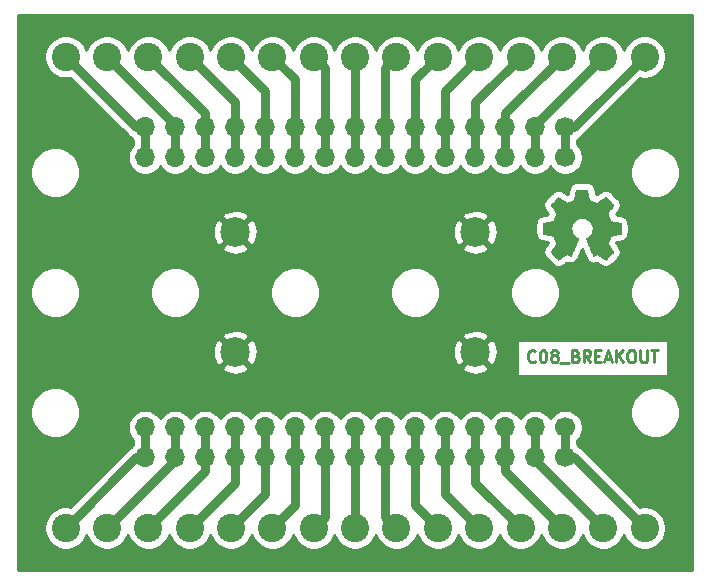
<source format=gbr>
G04 #@! TF.GenerationSoftware,KiCad,Pcbnew,5.1.5-52549c5~86~ubuntu18.04.1*
G04 #@! TF.CreationDate,2020-09-23T16:05:52-05:00*
G04 #@! TF.ProjectId,C08,4330382e-6b69-4636-9164-5f7063625858,rev?*
G04 #@! TF.SameCoordinates,Original*
G04 #@! TF.FileFunction,Copper,L1,Top*
G04 #@! TF.FilePolarity,Positive*
%FSLAX46Y46*%
G04 Gerber Fmt 4.6, Leading zero omitted, Abs format (unit mm)*
G04 Created by KiCad (PCBNEW 5.1.5-52549c5~86~ubuntu18.04.1) date 2020-09-23 16:05:52*
%MOMM*%
%LPD*%
G04 APERTURE LIST*
%ADD10C,0.250000*%
%ADD11C,0.010000*%
%ADD12O,1.700000X1.700000*%
%ADD13C,1.700000*%
%ADD14C,2.400000*%
%ADD15C,2.499360*%
%ADD16C,0.750000*%
%ADD17C,0.254000*%
G04 APERTURE END LIST*
D10*
X64457866Y-49937942D02*
X64410247Y-49985561D01*
X64267390Y-50033180D01*
X64172152Y-50033180D01*
X64029295Y-49985561D01*
X63934057Y-49890323D01*
X63886438Y-49795085D01*
X63838819Y-49604609D01*
X63838819Y-49461752D01*
X63886438Y-49271276D01*
X63934057Y-49176038D01*
X64029295Y-49080800D01*
X64172152Y-49033180D01*
X64267390Y-49033180D01*
X64410247Y-49080800D01*
X64457866Y-49128419D01*
X65076914Y-49033180D02*
X65172152Y-49033180D01*
X65267390Y-49080800D01*
X65315009Y-49128419D01*
X65362628Y-49223657D01*
X65410247Y-49414133D01*
X65410247Y-49652228D01*
X65362628Y-49842704D01*
X65315009Y-49937942D01*
X65267390Y-49985561D01*
X65172152Y-50033180D01*
X65076914Y-50033180D01*
X64981676Y-49985561D01*
X64934057Y-49937942D01*
X64886438Y-49842704D01*
X64838819Y-49652228D01*
X64838819Y-49414133D01*
X64886438Y-49223657D01*
X64934057Y-49128419D01*
X64981676Y-49080800D01*
X65076914Y-49033180D01*
X65981676Y-49461752D02*
X65886438Y-49414133D01*
X65838819Y-49366514D01*
X65791200Y-49271276D01*
X65791200Y-49223657D01*
X65838819Y-49128419D01*
X65886438Y-49080800D01*
X65981676Y-49033180D01*
X66172152Y-49033180D01*
X66267390Y-49080800D01*
X66315009Y-49128419D01*
X66362628Y-49223657D01*
X66362628Y-49271276D01*
X66315009Y-49366514D01*
X66267390Y-49414133D01*
X66172152Y-49461752D01*
X65981676Y-49461752D01*
X65886438Y-49509371D01*
X65838819Y-49556990D01*
X65791200Y-49652228D01*
X65791200Y-49842704D01*
X65838819Y-49937942D01*
X65886438Y-49985561D01*
X65981676Y-50033180D01*
X66172152Y-50033180D01*
X66267390Y-49985561D01*
X66315009Y-49937942D01*
X66362628Y-49842704D01*
X66362628Y-49652228D01*
X66315009Y-49556990D01*
X66267390Y-49509371D01*
X66172152Y-49461752D01*
X66553104Y-50128419D02*
X67315009Y-50128419D01*
X67886438Y-49509371D02*
X68029295Y-49556990D01*
X68076914Y-49604609D01*
X68124533Y-49699847D01*
X68124533Y-49842704D01*
X68076914Y-49937942D01*
X68029295Y-49985561D01*
X67934057Y-50033180D01*
X67553104Y-50033180D01*
X67553104Y-49033180D01*
X67886438Y-49033180D01*
X67981676Y-49080800D01*
X68029295Y-49128419D01*
X68076914Y-49223657D01*
X68076914Y-49318895D01*
X68029295Y-49414133D01*
X67981676Y-49461752D01*
X67886438Y-49509371D01*
X67553104Y-49509371D01*
X69124533Y-50033180D02*
X68791200Y-49556990D01*
X68553104Y-50033180D02*
X68553104Y-49033180D01*
X68934057Y-49033180D01*
X69029295Y-49080800D01*
X69076914Y-49128419D01*
X69124533Y-49223657D01*
X69124533Y-49366514D01*
X69076914Y-49461752D01*
X69029295Y-49509371D01*
X68934057Y-49556990D01*
X68553104Y-49556990D01*
X69553104Y-49509371D02*
X69886438Y-49509371D01*
X70029295Y-50033180D02*
X69553104Y-50033180D01*
X69553104Y-49033180D01*
X70029295Y-49033180D01*
X70410247Y-49747466D02*
X70886438Y-49747466D01*
X70315009Y-50033180D02*
X70648342Y-49033180D01*
X70981676Y-50033180D01*
X71315009Y-50033180D02*
X71315009Y-49033180D01*
X71886438Y-50033180D02*
X71457866Y-49461752D01*
X71886438Y-49033180D02*
X71315009Y-49604609D01*
X72505485Y-49033180D02*
X72695961Y-49033180D01*
X72791200Y-49080800D01*
X72886438Y-49176038D01*
X72934057Y-49366514D01*
X72934057Y-49699847D01*
X72886438Y-49890323D01*
X72791200Y-49985561D01*
X72695961Y-50033180D01*
X72505485Y-50033180D01*
X72410247Y-49985561D01*
X72315009Y-49890323D01*
X72267390Y-49699847D01*
X72267390Y-49366514D01*
X72315009Y-49176038D01*
X72410247Y-49080800D01*
X72505485Y-49033180D01*
X73362628Y-49033180D02*
X73362628Y-49842704D01*
X73410247Y-49937942D01*
X73457866Y-49985561D01*
X73553104Y-50033180D01*
X73743580Y-50033180D01*
X73838819Y-49985561D01*
X73886438Y-49937942D01*
X73934057Y-49842704D01*
X73934057Y-49033180D01*
X74267390Y-49033180D02*
X74838819Y-49033180D01*
X74553104Y-50033180D02*
X74553104Y-49033180D01*
D11*
G36*
X68958014Y-35873731D02*
G01*
X69041835Y-36318355D01*
X69351120Y-36445853D01*
X69660406Y-36573351D01*
X70031446Y-36321046D01*
X70135357Y-36250796D01*
X70229287Y-36188072D01*
X70308852Y-36135738D01*
X70369670Y-36096657D01*
X70407357Y-36073693D01*
X70417621Y-36068742D01*
X70436110Y-36081476D01*
X70475620Y-36116682D01*
X70531722Y-36169862D01*
X70599987Y-36236518D01*
X70675986Y-36312154D01*
X70755292Y-36392272D01*
X70833475Y-36472374D01*
X70906107Y-36547964D01*
X70968759Y-36614545D01*
X71017003Y-36667618D01*
X71046410Y-36702687D01*
X71053441Y-36714423D01*
X71043323Y-36736060D01*
X71014959Y-36783462D01*
X70971329Y-36851993D01*
X70915418Y-36937015D01*
X70850206Y-37033893D01*
X70812419Y-37089150D01*
X70743543Y-37190048D01*
X70682340Y-37281099D01*
X70631778Y-37357770D01*
X70594828Y-37415528D01*
X70574458Y-37449843D01*
X70571397Y-37457054D01*
X70578336Y-37477548D01*
X70597251Y-37525313D01*
X70625287Y-37593632D01*
X70659591Y-37675789D01*
X70697309Y-37765070D01*
X70735587Y-37854758D01*
X70771570Y-37938138D01*
X70802406Y-38008494D01*
X70825239Y-38059110D01*
X70837217Y-38083271D01*
X70837924Y-38084222D01*
X70856731Y-38088836D01*
X70906818Y-38099128D01*
X70982993Y-38114087D01*
X71080065Y-38132701D01*
X71192843Y-38153959D01*
X71258642Y-38166218D01*
X71379150Y-38189162D01*
X71487997Y-38210995D01*
X71579676Y-38230522D01*
X71648681Y-38246548D01*
X71689504Y-38257879D01*
X71697711Y-38261474D01*
X71705748Y-38285806D01*
X71712233Y-38340759D01*
X71717170Y-38419908D01*
X71720564Y-38516826D01*
X71722418Y-38625087D01*
X71722738Y-38738265D01*
X71721527Y-38849935D01*
X71718790Y-38953668D01*
X71714531Y-39043041D01*
X71708755Y-39111626D01*
X71701467Y-39152997D01*
X71697095Y-39161610D01*
X71670964Y-39171933D01*
X71615593Y-39186692D01*
X71538307Y-39204152D01*
X71446430Y-39222580D01*
X71414358Y-39228541D01*
X71259724Y-39256866D01*
X71137575Y-39279676D01*
X71043873Y-39297880D01*
X70974584Y-39312383D01*
X70925671Y-39324092D01*
X70893097Y-39333915D01*
X70872828Y-39342756D01*
X70860826Y-39351524D01*
X70859147Y-39353257D01*
X70842384Y-39381171D01*
X70816814Y-39435495D01*
X70784988Y-39509577D01*
X70749460Y-39596765D01*
X70712783Y-39690408D01*
X70677511Y-39783852D01*
X70646196Y-39870447D01*
X70621393Y-39943540D01*
X70605654Y-39996478D01*
X70601532Y-40022611D01*
X70601876Y-40023526D01*
X70615841Y-40044886D01*
X70647522Y-40091884D01*
X70693591Y-40159627D01*
X70750718Y-40243223D01*
X70815573Y-40337782D01*
X70834043Y-40364654D01*
X70899899Y-40462075D01*
X70957850Y-40550963D01*
X71004738Y-40626212D01*
X71037407Y-40682720D01*
X71052700Y-40715381D01*
X71053441Y-40719393D01*
X71040592Y-40740484D01*
X71005088Y-40782264D01*
X70951493Y-40840245D01*
X70884371Y-40909935D01*
X70808287Y-40986845D01*
X70727804Y-41066483D01*
X70647487Y-41144361D01*
X70571899Y-41215986D01*
X70505605Y-41276870D01*
X70453169Y-41322521D01*
X70419155Y-41348450D01*
X70409745Y-41352683D01*
X70387843Y-41342712D01*
X70343000Y-41315820D01*
X70282521Y-41276536D01*
X70235989Y-41244917D01*
X70151675Y-41186898D01*
X70051826Y-41118584D01*
X69951673Y-41050379D01*
X69897827Y-41013875D01*
X69715571Y-40890600D01*
X69562581Y-40973320D01*
X69492882Y-41009559D01*
X69433614Y-41037726D01*
X69393511Y-41053791D01*
X69383303Y-41056026D01*
X69371029Y-41039522D01*
X69346813Y-40992882D01*
X69312463Y-40920409D01*
X69269788Y-40826406D01*
X69220594Y-40715174D01*
X69166690Y-40591015D01*
X69109884Y-40458232D01*
X69051982Y-40321127D01*
X68994793Y-40184002D01*
X68940124Y-40051158D01*
X68889784Y-39926898D01*
X68845580Y-39815525D01*
X68809319Y-39721339D01*
X68782809Y-39648644D01*
X68767858Y-39601741D01*
X68765454Y-39585633D01*
X68784511Y-39565086D01*
X68826236Y-39531733D01*
X68881906Y-39492502D01*
X68886578Y-39489399D01*
X69030464Y-39374223D01*
X69146483Y-39239853D01*
X69233630Y-39090584D01*
X69290899Y-38930713D01*
X69317286Y-38764537D01*
X69311785Y-38596352D01*
X69273390Y-38430455D01*
X69201095Y-38271142D01*
X69179826Y-38236287D01*
X69069196Y-38095537D01*
X68938502Y-37982514D01*
X68792264Y-37897803D01*
X68635008Y-37841994D01*
X68471257Y-37815674D01*
X68305533Y-37819430D01*
X68142362Y-37853850D01*
X67986265Y-37919523D01*
X67841767Y-38017035D01*
X67797069Y-38056613D01*
X67683312Y-38180503D01*
X67600418Y-38310924D01*
X67543556Y-38457115D01*
X67511887Y-38601888D01*
X67504069Y-38764660D01*
X67530138Y-38928240D01*
X67587445Y-39087098D01*
X67673344Y-39235706D01*
X67785186Y-39368535D01*
X67920323Y-39480056D01*
X67938083Y-39491811D01*
X67994350Y-39530308D01*
X68037123Y-39563663D01*
X68057572Y-39584960D01*
X68057869Y-39585633D01*
X68053479Y-39608671D01*
X68036076Y-39660957D01*
X68007468Y-39738190D01*
X67969465Y-39836068D01*
X67923874Y-39950291D01*
X67872503Y-40076558D01*
X67817162Y-40210567D01*
X67759658Y-40348018D01*
X67701801Y-40484608D01*
X67645398Y-40616037D01*
X67592258Y-40738005D01*
X67544190Y-40846209D01*
X67503001Y-40936349D01*
X67470501Y-41004123D01*
X67448497Y-41045230D01*
X67439636Y-41056026D01*
X67412560Y-41047619D01*
X67361897Y-41025072D01*
X67296383Y-40992413D01*
X67260359Y-40973320D01*
X67107368Y-40890600D01*
X66925112Y-41013875D01*
X66832075Y-41077028D01*
X66730215Y-41146527D01*
X66634762Y-41211965D01*
X66586950Y-41244917D01*
X66519705Y-41290073D01*
X66462764Y-41325857D01*
X66423554Y-41347738D01*
X66410819Y-41352363D01*
X66392283Y-41339885D01*
X66351259Y-41305052D01*
X66291725Y-41251478D01*
X66217658Y-41182783D01*
X66133035Y-41102581D01*
X66079515Y-41051086D01*
X65985881Y-40959086D01*
X65904959Y-40876799D01*
X65840023Y-40807745D01*
X65794342Y-40755444D01*
X65771189Y-40723416D01*
X65768968Y-40716916D01*
X65779276Y-40692194D01*
X65807761Y-40642205D01*
X65851263Y-40572012D01*
X65906623Y-40486675D01*
X65970680Y-40391256D01*
X65988897Y-40364654D01*
X66055273Y-40267967D01*
X66114822Y-40180917D01*
X66164216Y-40108395D01*
X66200125Y-40055293D01*
X66219219Y-40026503D01*
X66221064Y-40023526D01*
X66218305Y-40000582D01*
X66203662Y-39950136D01*
X66179687Y-39878841D01*
X66148934Y-39793347D01*
X66113956Y-39700307D01*
X66077307Y-39606374D01*
X66041539Y-39518199D01*
X66009206Y-39442434D01*
X65982862Y-39385731D01*
X65965058Y-39354743D01*
X65963793Y-39353257D01*
X65952906Y-39344401D01*
X65934518Y-39335643D01*
X65904594Y-39326077D01*
X65859097Y-39314796D01*
X65793991Y-39300893D01*
X65705239Y-39283463D01*
X65588807Y-39261598D01*
X65440658Y-39234391D01*
X65408582Y-39228541D01*
X65313514Y-39210174D01*
X65230635Y-39192205D01*
X65167270Y-39176369D01*
X65130742Y-39164400D01*
X65125844Y-39161610D01*
X65117773Y-39136872D01*
X65111213Y-39081590D01*
X65106167Y-39002189D01*
X65102641Y-38905096D01*
X65100639Y-38796738D01*
X65100164Y-38683540D01*
X65101223Y-38571928D01*
X65103818Y-38468329D01*
X65107954Y-38379168D01*
X65113637Y-38310872D01*
X65120869Y-38269866D01*
X65125229Y-38261474D01*
X65149502Y-38253008D01*
X65204774Y-38239235D01*
X65285538Y-38221350D01*
X65386288Y-38200548D01*
X65501517Y-38178023D01*
X65564298Y-38166218D01*
X65683413Y-38143951D01*
X65789635Y-38123779D01*
X65877773Y-38106715D01*
X65942634Y-38093769D01*
X65979026Y-38085955D01*
X65985016Y-38084222D01*
X65995139Y-38064690D01*
X66016538Y-38017643D01*
X66046361Y-37949803D01*
X66081755Y-37867891D01*
X66119868Y-37778628D01*
X66157847Y-37688735D01*
X66192840Y-37604935D01*
X66221994Y-37533947D01*
X66242457Y-37482494D01*
X66251377Y-37457297D01*
X66251543Y-37456196D01*
X66241431Y-37436319D01*
X66213083Y-37390577D01*
X66169477Y-37323517D01*
X66113594Y-37239684D01*
X66048413Y-37143626D01*
X66010521Y-37088450D01*
X65941475Y-36987281D01*
X65880150Y-36895430D01*
X65829537Y-36817544D01*
X65792629Y-36758269D01*
X65772418Y-36722251D01*
X65769499Y-36714177D01*
X65782047Y-36695384D01*
X65816737Y-36655257D01*
X65869137Y-36598293D01*
X65934816Y-36528985D01*
X66009344Y-36451831D01*
X66088287Y-36371325D01*
X66167217Y-36291963D01*
X66241700Y-36218240D01*
X66307306Y-36154652D01*
X66359604Y-36105694D01*
X66394161Y-36075861D01*
X66405722Y-36068742D01*
X66424546Y-36078753D01*
X66469569Y-36106878D01*
X66536413Y-36150254D01*
X66620701Y-36206018D01*
X66718056Y-36271306D01*
X66791493Y-36321046D01*
X67162533Y-36573351D01*
X67781105Y-36318355D01*
X67864925Y-35873731D01*
X67948746Y-35429107D01*
X68874194Y-35429107D01*
X68958014Y-35873731D01*
G37*
X68958014Y-35873731D02*
X69041835Y-36318355D01*
X69351120Y-36445853D01*
X69660406Y-36573351D01*
X70031446Y-36321046D01*
X70135357Y-36250796D01*
X70229287Y-36188072D01*
X70308852Y-36135738D01*
X70369670Y-36096657D01*
X70407357Y-36073693D01*
X70417621Y-36068742D01*
X70436110Y-36081476D01*
X70475620Y-36116682D01*
X70531722Y-36169862D01*
X70599987Y-36236518D01*
X70675986Y-36312154D01*
X70755292Y-36392272D01*
X70833475Y-36472374D01*
X70906107Y-36547964D01*
X70968759Y-36614545D01*
X71017003Y-36667618D01*
X71046410Y-36702687D01*
X71053441Y-36714423D01*
X71043323Y-36736060D01*
X71014959Y-36783462D01*
X70971329Y-36851993D01*
X70915418Y-36937015D01*
X70850206Y-37033893D01*
X70812419Y-37089150D01*
X70743543Y-37190048D01*
X70682340Y-37281099D01*
X70631778Y-37357770D01*
X70594828Y-37415528D01*
X70574458Y-37449843D01*
X70571397Y-37457054D01*
X70578336Y-37477548D01*
X70597251Y-37525313D01*
X70625287Y-37593632D01*
X70659591Y-37675789D01*
X70697309Y-37765070D01*
X70735587Y-37854758D01*
X70771570Y-37938138D01*
X70802406Y-38008494D01*
X70825239Y-38059110D01*
X70837217Y-38083271D01*
X70837924Y-38084222D01*
X70856731Y-38088836D01*
X70906818Y-38099128D01*
X70982993Y-38114087D01*
X71080065Y-38132701D01*
X71192843Y-38153959D01*
X71258642Y-38166218D01*
X71379150Y-38189162D01*
X71487997Y-38210995D01*
X71579676Y-38230522D01*
X71648681Y-38246548D01*
X71689504Y-38257879D01*
X71697711Y-38261474D01*
X71705748Y-38285806D01*
X71712233Y-38340759D01*
X71717170Y-38419908D01*
X71720564Y-38516826D01*
X71722418Y-38625087D01*
X71722738Y-38738265D01*
X71721527Y-38849935D01*
X71718790Y-38953668D01*
X71714531Y-39043041D01*
X71708755Y-39111626D01*
X71701467Y-39152997D01*
X71697095Y-39161610D01*
X71670964Y-39171933D01*
X71615593Y-39186692D01*
X71538307Y-39204152D01*
X71446430Y-39222580D01*
X71414358Y-39228541D01*
X71259724Y-39256866D01*
X71137575Y-39279676D01*
X71043873Y-39297880D01*
X70974584Y-39312383D01*
X70925671Y-39324092D01*
X70893097Y-39333915D01*
X70872828Y-39342756D01*
X70860826Y-39351524D01*
X70859147Y-39353257D01*
X70842384Y-39381171D01*
X70816814Y-39435495D01*
X70784988Y-39509577D01*
X70749460Y-39596765D01*
X70712783Y-39690408D01*
X70677511Y-39783852D01*
X70646196Y-39870447D01*
X70621393Y-39943540D01*
X70605654Y-39996478D01*
X70601532Y-40022611D01*
X70601876Y-40023526D01*
X70615841Y-40044886D01*
X70647522Y-40091884D01*
X70693591Y-40159627D01*
X70750718Y-40243223D01*
X70815573Y-40337782D01*
X70834043Y-40364654D01*
X70899899Y-40462075D01*
X70957850Y-40550963D01*
X71004738Y-40626212D01*
X71037407Y-40682720D01*
X71052700Y-40715381D01*
X71053441Y-40719393D01*
X71040592Y-40740484D01*
X71005088Y-40782264D01*
X70951493Y-40840245D01*
X70884371Y-40909935D01*
X70808287Y-40986845D01*
X70727804Y-41066483D01*
X70647487Y-41144361D01*
X70571899Y-41215986D01*
X70505605Y-41276870D01*
X70453169Y-41322521D01*
X70419155Y-41348450D01*
X70409745Y-41352683D01*
X70387843Y-41342712D01*
X70343000Y-41315820D01*
X70282521Y-41276536D01*
X70235989Y-41244917D01*
X70151675Y-41186898D01*
X70051826Y-41118584D01*
X69951673Y-41050379D01*
X69897827Y-41013875D01*
X69715571Y-40890600D01*
X69562581Y-40973320D01*
X69492882Y-41009559D01*
X69433614Y-41037726D01*
X69393511Y-41053791D01*
X69383303Y-41056026D01*
X69371029Y-41039522D01*
X69346813Y-40992882D01*
X69312463Y-40920409D01*
X69269788Y-40826406D01*
X69220594Y-40715174D01*
X69166690Y-40591015D01*
X69109884Y-40458232D01*
X69051982Y-40321127D01*
X68994793Y-40184002D01*
X68940124Y-40051158D01*
X68889784Y-39926898D01*
X68845580Y-39815525D01*
X68809319Y-39721339D01*
X68782809Y-39648644D01*
X68767858Y-39601741D01*
X68765454Y-39585633D01*
X68784511Y-39565086D01*
X68826236Y-39531733D01*
X68881906Y-39492502D01*
X68886578Y-39489399D01*
X69030464Y-39374223D01*
X69146483Y-39239853D01*
X69233630Y-39090584D01*
X69290899Y-38930713D01*
X69317286Y-38764537D01*
X69311785Y-38596352D01*
X69273390Y-38430455D01*
X69201095Y-38271142D01*
X69179826Y-38236287D01*
X69069196Y-38095537D01*
X68938502Y-37982514D01*
X68792264Y-37897803D01*
X68635008Y-37841994D01*
X68471257Y-37815674D01*
X68305533Y-37819430D01*
X68142362Y-37853850D01*
X67986265Y-37919523D01*
X67841767Y-38017035D01*
X67797069Y-38056613D01*
X67683312Y-38180503D01*
X67600418Y-38310924D01*
X67543556Y-38457115D01*
X67511887Y-38601888D01*
X67504069Y-38764660D01*
X67530138Y-38928240D01*
X67587445Y-39087098D01*
X67673344Y-39235706D01*
X67785186Y-39368535D01*
X67920323Y-39480056D01*
X67938083Y-39491811D01*
X67994350Y-39530308D01*
X68037123Y-39563663D01*
X68057572Y-39584960D01*
X68057869Y-39585633D01*
X68053479Y-39608671D01*
X68036076Y-39660957D01*
X68007468Y-39738190D01*
X67969465Y-39836068D01*
X67923874Y-39950291D01*
X67872503Y-40076558D01*
X67817162Y-40210567D01*
X67759658Y-40348018D01*
X67701801Y-40484608D01*
X67645398Y-40616037D01*
X67592258Y-40738005D01*
X67544190Y-40846209D01*
X67503001Y-40936349D01*
X67470501Y-41004123D01*
X67448497Y-41045230D01*
X67439636Y-41056026D01*
X67412560Y-41047619D01*
X67361897Y-41025072D01*
X67296383Y-40992413D01*
X67260359Y-40973320D01*
X67107368Y-40890600D01*
X66925112Y-41013875D01*
X66832075Y-41077028D01*
X66730215Y-41146527D01*
X66634762Y-41211965D01*
X66586950Y-41244917D01*
X66519705Y-41290073D01*
X66462764Y-41325857D01*
X66423554Y-41347738D01*
X66410819Y-41352363D01*
X66392283Y-41339885D01*
X66351259Y-41305052D01*
X66291725Y-41251478D01*
X66217658Y-41182783D01*
X66133035Y-41102581D01*
X66079515Y-41051086D01*
X65985881Y-40959086D01*
X65904959Y-40876799D01*
X65840023Y-40807745D01*
X65794342Y-40755444D01*
X65771189Y-40723416D01*
X65768968Y-40716916D01*
X65779276Y-40692194D01*
X65807761Y-40642205D01*
X65851263Y-40572012D01*
X65906623Y-40486675D01*
X65970680Y-40391256D01*
X65988897Y-40364654D01*
X66055273Y-40267967D01*
X66114822Y-40180917D01*
X66164216Y-40108395D01*
X66200125Y-40055293D01*
X66219219Y-40026503D01*
X66221064Y-40023526D01*
X66218305Y-40000582D01*
X66203662Y-39950136D01*
X66179687Y-39878841D01*
X66148934Y-39793347D01*
X66113956Y-39700307D01*
X66077307Y-39606374D01*
X66041539Y-39518199D01*
X66009206Y-39442434D01*
X65982862Y-39385731D01*
X65965058Y-39354743D01*
X65963793Y-39353257D01*
X65952906Y-39344401D01*
X65934518Y-39335643D01*
X65904594Y-39326077D01*
X65859097Y-39314796D01*
X65793991Y-39300893D01*
X65705239Y-39283463D01*
X65588807Y-39261598D01*
X65440658Y-39234391D01*
X65408582Y-39228541D01*
X65313514Y-39210174D01*
X65230635Y-39192205D01*
X65167270Y-39176369D01*
X65130742Y-39164400D01*
X65125844Y-39161610D01*
X65117773Y-39136872D01*
X65111213Y-39081590D01*
X65106167Y-39002189D01*
X65102641Y-38905096D01*
X65100639Y-38796738D01*
X65100164Y-38683540D01*
X65101223Y-38571928D01*
X65103818Y-38468329D01*
X65107954Y-38379168D01*
X65113637Y-38310872D01*
X65120869Y-38269866D01*
X65125229Y-38261474D01*
X65149502Y-38253008D01*
X65204774Y-38239235D01*
X65285538Y-38221350D01*
X65386288Y-38200548D01*
X65501517Y-38178023D01*
X65564298Y-38166218D01*
X65683413Y-38143951D01*
X65789635Y-38123779D01*
X65877773Y-38106715D01*
X65942634Y-38093769D01*
X65979026Y-38085955D01*
X65985016Y-38084222D01*
X65995139Y-38064690D01*
X66016538Y-38017643D01*
X66046361Y-37949803D01*
X66081755Y-37867891D01*
X66119868Y-37778628D01*
X66157847Y-37688735D01*
X66192840Y-37604935D01*
X66221994Y-37533947D01*
X66242457Y-37482494D01*
X66251377Y-37457297D01*
X66251543Y-37456196D01*
X66241431Y-37436319D01*
X66213083Y-37390577D01*
X66169477Y-37323517D01*
X66113594Y-37239684D01*
X66048413Y-37143626D01*
X66010521Y-37088450D01*
X65941475Y-36987281D01*
X65880150Y-36895430D01*
X65829537Y-36817544D01*
X65792629Y-36758269D01*
X65772418Y-36722251D01*
X65769499Y-36714177D01*
X65782047Y-36695384D01*
X65816737Y-36655257D01*
X65869137Y-36598293D01*
X65934816Y-36528985D01*
X66009344Y-36451831D01*
X66088287Y-36371325D01*
X66167217Y-36291963D01*
X66241700Y-36218240D01*
X66307306Y-36154652D01*
X66359604Y-36105694D01*
X66394161Y-36075861D01*
X66405722Y-36068742D01*
X66424546Y-36078753D01*
X66469569Y-36106878D01*
X66536413Y-36150254D01*
X66620701Y-36206018D01*
X66718056Y-36271306D01*
X66791493Y-36321046D01*
X67162533Y-36573351D01*
X67781105Y-36318355D01*
X67864925Y-35873731D01*
X67948746Y-35429107D01*
X68874194Y-35429107D01*
X68958014Y-35873731D01*
D12*
X31430000Y-55560000D03*
X33970000Y-55560000D03*
X36510000Y-55560000D03*
X39050000Y-55560000D03*
X41590000Y-55560000D03*
X44130000Y-55560000D03*
X46670000Y-55560000D03*
X49210000Y-55560000D03*
X51750000Y-55560000D03*
X54290000Y-55560000D03*
X56830000Y-55560000D03*
X59370000Y-55560000D03*
X61910000Y-55560000D03*
X64450000Y-55560000D03*
D13*
X66990000Y-55560000D03*
D12*
X31430000Y-32700000D03*
X33970000Y-32700000D03*
X36510000Y-32700000D03*
X39050000Y-32700000D03*
X41590000Y-32700000D03*
X44130000Y-32700000D03*
X46670000Y-32700000D03*
X49210000Y-32700000D03*
X51750000Y-32700000D03*
X54290000Y-32700000D03*
X56830000Y-32700000D03*
X59370000Y-32700000D03*
X61910000Y-32700000D03*
X64450000Y-32700000D03*
D13*
X66990000Y-32700000D03*
D14*
X73710000Y-64079200D03*
X70210000Y-64079200D03*
X66710000Y-64079200D03*
X63210000Y-64079200D03*
X59710000Y-64079200D03*
D12*
X31430000Y-58100000D03*
X33970000Y-58100000D03*
X36510000Y-58100000D03*
X39050000Y-58100000D03*
X41590000Y-58100000D03*
X44130000Y-58100000D03*
X46670000Y-58100000D03*
X49210000Y-58100000D03*
X51750000Y-58100000D03*
X54290000Y-58100000D03*
X56830000Y-58100000D03*
X59370000Y-58100000D03*
X61910000Y-58100000D03*
X64450000Y-58100000D03*
D13*
X66990000Y-58100000D03*
D12*
X31430000Y-30160000D03*
X33970000Y-30160000D03*
X36510000Y-30160000D03*
X39050000Y-30160000D03*
X41590000Y-30160000D03*
X44130000Y-30160000D03*
X46670000Y-30160000D03*
X49210000Y-30160000D03*
X51750000Y-30160000D03*
X54290000Y-30160000D03*
X56830000Y-30160000D03*
X59370000Y-30160000D03*
X61910000Y-30160000D03*
X64450000Y-30160000D03*
D13*
X66990000Y-30160000D03*
D14*
X59710000Y-24180800D03*
X63210000Y-24180800D03*
X66710000Y-24180800D03*
X70210000Y-24180800D03*
X73710000Y-24180800D03*
X56210000Y-64079200D03*
X52710000Y-64079200D03*
X49210000Y-64079200D03*
X45710000Y-64079200D03*
X42210000Y-64079200D03*
X38710000Y-64079200D03*
X35210000Y-64079200D03*
X31710000Y-64079200D03*
X28210000Y-64079200D03*
X24710000Y-64079200D03*
X56210000Y-24180800D03*
X52710000Y-24180800D03*
X49210000Y-24180800D03*
X45710000Y-24180800D03*
X42210000Y-24180800D03*
X38710000Y-24180800D03*
X35210000Y-24180800D03*
X31710000Y-24180800D03*
X28210000Y-24180800D03*
X24710000Y-24180800D03*
D15*
X59370000Y-49210000D03*
X59370000Y-39050000D03*
X39050000Y-39050000D03*
X39050000Y-49210000D03*
D16*
X54290000Y-32700000D02*
X54290000Y-30160000D01*
X54290000Y-26100800D02*
X56210000Y-24180800D01*
X54290000Y-30160000D02*
X54290000Y-26100800D01*
X51750000Y-32700000D02*
X51750000Y-30160000D01*
X51750000Y-25140800D02*
X52710000Y-24180800D01*
X51750000Y-30160000D02*
X51750000Y-25140800D01*
X49210000Y-32700000D02*
X49210000Y-30160000D01*
X49210000Y-30160000D02*
X49210000Y-24180800D01*
X46670000Y-32700000D02*
X46670000Y-30160000D01*
X46670000Y-25140800D02*
X45710000Y-24180800D01*
X46670000Y-30160000D02*
X46670000Y-25140800D01*
X44130000Y-32700000D02*
X44130000Y-30160000D01*
X44130000Y-26100800D02*
X42210000Y-24180800D01*
X44130000Y-30160000D02*
X44130000Y-26100800D01*
X41590000Y-32700000D02*
X41590000Y-30160000D01*
X41590000Y-27060800D02*
X38710000Y-24180800D01*
X41590000Y-30160000D02*
X41590000Y-27060800D01*
X39050000Y-28020800D02*
X39050000Y-30160000D01*
X35210000Y-24180800D02*
X39050000Y-28020800D01*
X39050000Y-30160000D02*
X39050000Y-32700000D01*
X36510000Y-32700000D02*
X36510000Y-30160000D01*
X36510000Y-28980800D02*
X36510000Y-30160000D01*
X31710000Y-24180800D02*
X36510000Y-28980800D01*
X33970000Y-29940800D02*
X33970000Y-30160000D01*
X28210000Y-24180800D02*
X33970000Y-29940800D01*
X33970000Y-30160000D02*
X33970000Y-32700000D01*
X31430000Y-30160000D02*
X31430000Y-32700000D01*
X30689200Y-30160000D02*
X31430000Y-30160000D01*
X24710000Y-24180800D02*
X30689200Y-30160000D01*
X56830000Y-32700000D02*
X56830000Y-30160000D01*
X56830000Y-27060800D02*
X59710000Y-24180800D01*
X56830000Y-30160000D02*
X56830000Y-27060800D01*
X59370000Y-32700000D02*
X59370000Y-30160000D01*
X59370000Y-28020800D02*
X63210000Y-24180800D01*
X59370000Y-30160000D02*
X59370000Y-28020800D01*
X61910000Y-32700000D02*
X61910000Y-30160000D01*
X61910000Y-28980800D02*
X61910000Y-30160000D01*
X66710000Y-24180800D02*
X61910000Y-28980800D01*
X64450000Y-32700000D02*
X64450000Y-30160000D01*
X64450000Y-29940800D02*
X64450000Y-30160000D01*
X70210000Y-24180800D02*
X64450000Y-29940800D01*
X66990000Y-32700000D02*
X66990000Y-30160000D01*
X73710000Y-25040000D02*
X73710000Y-24180800D01*
X67730800Y-30160000D02*
X66990000Y-30160000D01*
X73710000Y-24180800D02*
X67730800Y-30160000D01*
X54290000Y-55560000D02*
X54290000Y-58100000D01*
X54290000Y-62159200D02*
X56210000Y-64079200D01*
X54290000Y-58100000D02*
X54290000Y-62159200D01*
X51750000Y-55560000D02*
X51750000Y-58100000D01*
X51750000Y-63119200D02*
X52710000Y-64079200D01*
X51750000Y-58100000D02*
X51750000Y-63119200D01*
X49210000Y-55560000D02*
X49210000Y-58100000D01*
X49210000Y-58100000D02*
X49210000Y-64079200D01*
X46670000Y-55560000D02*
X46670000Y-58100000D01*
X46670000Y-63119200D02*
X45710000Y-64079200D01*
X46670000Y-58100000D02*
X46670000Y-63119200D01*
X44130000Y-55560000D02*
X44130000Y-58100000D01*
X44130000Y-62159200D02*
X42210000Y-64079200D01*
X44130000Y-58100000D02*
X44130000Y-62159200D01*
X41590000Y-55560000D02*
X41590000Y-58100000D01*
X41590000Y-61199200D02*
X38710000Y-64079200D01*
X41590000Y-58100000D02*
X41590000Y-61199200D01*
X39050000Y-55560000D02*
X39050000Y-58100000D01*
X39050000Y-60239200D02*
X39050000Y-58100000D01*
X35210000Y-64079200D02*
X39050000Y-60239200D01*
X36510000Y-55560000D02*
X36510000Y-58100000D01*
X36510000Y-59279200D02*
X36510000Y-58100000D01*
X31710000Y-64079200D02*
X36510000Y-59279200D01*
X33970000Y-58100000D02*
X33970000Y-55560000D01*
X33970000Y-58319200D02*
X33970000Y-58100000D01*
X28210000Y-64079200D02*
X33970000Y-58319200D01*
X31430000Y-55560000D02*
X31430000Y-58100000D01*
X30689200Y-58100000D02*
X31430000Y-58100000D01*
X24710000Y-64079200D02*
X30689200Y-58100000D01*
X66990000Y-55560000D02*
X66990000Y-58100000D01*
X73710000Y-63220000D02*
X73710000Y-64079200D01*
X67730800Y-58100000D02*
X66990000Y-58100000D01*
X73710000Y-64079200D02*
X67730800Y-58100000D01*
X64450000Y-55560000D02*
X64450000Y-58100000D01*
X64450000Y-58319200D02*
X64450000Y-58100000D01*
X70210000Y-64079200D02*
X64450000Y-58319200D01*
X61910000Y-55560000D02*
X61910000Y-58100000D01*
X61910000Y-59279200D02*
X61910000Y-58100000D01*
X66710000Y-64079200D02*
X61910000Y-59279200D01*
X59370000Y-55560000D02*
X59370000Y-58100000D01*
X59370000Y-60239200D02*
X63210000Y-64079200D01*
X59370000Y-58100000D02*
X59370000Y-60239200D01*
X56830000Y-55560000D02*
X56830000Y-58100000D01*
X56830000Y-61199200D02*
X59710000Y-64079200D01*
X56830000Y-58100000D02*
X56830000Y-61199200D01*
D17*
G36*
X77760001Y-67600000D02*
G01*
X20701000Y-67600000D01*
X20701000Y-63898468D01*
X22875000Y-63898468D01*
X22875000Y-64259932D01*
X22945518Y-64614450D01*
X23083844Y-64948399D01*
X23284662Y-65248944D01*
X23540256Y-65504538D01*
X23840801Y-65705356D01*
X24174750Y-65843682D01*
X24529268Y-65914200D01*
X24890732Y-65914200D01*
X25245250Y-65843682D01*
X25579199Y-65705356D01*
X25879744Y-65504538D01*
X26135338Y-65248944D01*
X26336156Y-64948399D01*
X26460000Y-64649413D01*
X26583844Y-64948399D01*
X26784662Y-65248944D01*
X27040256Y-65504538D01*
X27340801Y-65705356D01*
X27674750Y-65843682D01*
X28029268Y-65914200D01*
X28390732Y-65914200D01*
X28745250Y-65843682D01*
X29079199Y-65705356D01*
X29379744Y-65504538D01*
X29635338Y-65248944D01*
X29836156Y-64948399D01*
X29960000Y-64649413D01*
X30083844Y-64948399D01*
X30284662Y-65248944D01*
X30540256Y-65504538D01*
X30840801Y-65705356D01*
X31174750Y-65843682D01*
X31529268Y-65914200D01*
X31890732Y-65914200D01*
X32245250Y-65843682D01*
X32579199Y-65705356D01*
X32879744Y-65504538D01*
X33135338Y-65248944D01*
X33336156Y-64948399D01*
X33460000Y-64649413D01*
X33583844Y-64948399D01*
X33784662Y-65248944D01*
X34040256Y-65504538D01*
X34340801Y-65705356D01*
X34674750Y-65843682D01*
X35029268Y-65914200D01*
X35390732Y-65914200D01*
X35745250Y-65843682D01*
X36079199Y-65705356D01*
X36379744Y-65504538D01*
X36635338Y-65248944D01*
X36836156Y-64948399D01*
X36960000Y-64649413D01*
X37083844Y-64948399D01*
X37284662Y-65248944D01*
X37540256Y-65504538D01*
X37840801Y-65705356D01*
X38174750Y-65843682D01*
X38529268Y-65914200D01*
X38890732Y-65914200D01*
X39245250Y-65843682D01*
X39579199Y-65705356D01*
X39879744Y-65504538D01*
X40135338Y-65248944D01*
X40336156Y-64948399D01*
X40460000Y-64649413D01*
X40583844Y-64948399D01*
X40784662Y-65248944D01*
X41040256Y-65504538D01*
X41340801Y-65705356D01*
X41674750Y-65843682D01*
X42029268Y-65914200D01*
X42390732Y-65914200D01*
X42745250Y-65843682D01*
X43079199Y-65705356D01*
X43379744Y-65504538D01*
X43635338Y-65248944D01*
X43836156Y-64948399D01*
X43960000Y-64649413D01*
X44083844Y-64948399D01*
X44284662Y-65248944D01*
X44540256Y-65504538D01*
X44840801Y-65705356D01*
X45174750Y-65843682D01*
X45529268Y-65914200D01*
X45890732Y-65914200D01*
X46245250Y-65843682D01*
X46579199Y-65705356D01*
X46879744Y-65504538D01*
X47135338Y-65248944D01*
X47336156Y-64948399D01*
X47460000Y-64649413D01*
X47583844Y-64948399D01*
X47784662Y-65248944D01*
X48040256Y-65504538D01*
X48340801Y-65705356D01*
X48674750Y-65843682D01*
X49029268Y-65914200D01*
X49390732Y-65914200D01*
X49745250Y-65843682D01*
X50079199Y-65705356D01*
X50379744Y-65504538D01*
X50635338Y-65248944D01*
X50836156Y-64948399D01*
X50960000Y-64649413D01*
X51083844Y-64948399D01*
X51284662Y-65248944D01*
X51540256Y-65504538D01*
X51840801Y-65705356D01*
X52174750Y-65843682D01*
X52529268Y-65914200D01*
X52890732Y-65914200D01*
X53245250Y-65843682D01*
X53579199Y-65705356D01*
X53879744Y-65504538D01*
X54135338Y-65248944D01*
X54336156Y-64948399D01*
X54460000Y-64649413D01*
X54583844Y-64948399D01*
X54784662Y-65248944D01*
X55040256Y-65504538D01*
X55340801Y-65705356D01*
X55674750Y-65843682D01*
X56029268Y-65914200D01*
X56390732Y-65914200D01*
X56745250Y-65843682D01*
X57079199Y-65705356D01*
X57379744Y-65504538D01*
X57635338Y-65248944D01*
X57836156Y-64948399D01*
X57960000Y-64649413D01*
X58083844Y-64948399D01*
X58284662Y-65248944D01*
X58540256Y-65504538D01*
X58840801Y-65705356D01*
X59174750Y-65843682D01*
X59529268Y-65914200D01*
X59890732Y-65914200D01*
X60245250Y-65843682D01*
X60579199Y-65705356D01*
X60879744Y-65504538D01*
X61135338Y-65248944D01*
X61336156Y-64948399D01*
X61460000Y-64649413D01*
X61583844Y-64948399D01*
X61784662Y-65248944D01*
X62040256Y-65504538D01*
X62340801Y-65705356D01*
X62674750Y-65843682D01*
X63029268Y-65914200D01*
X63390732Y-65914200D01*
X63745250Y-65843682D01*
X64079199Y-65705356D01*
X64379744Y-65504538D01*
X64635338Y-65248944D01*
X64836156Y-64948399D01*
X64960000Y-64649413D01*
X65083844Y-64948399D01*
X65284662Y-65248944D01*
X65540256Y-65504538D01*
X65840801Y-65705356D01*
X66174750Y-65843682D01*
X66529268Y-65914200D01*
X66890732Y-65914200D01*
X67245250Y-65843682D01*
X67579199Y-65705356D01*
X67879744Y-65504538D01*
X68135338Y-65248944D01*
X68336156Y-64948399D01*
X68460000Y-64649413D01*
X68583844Y-64948399D01*
X68784662Y-65248944D01*
X69040256Y-65504538D01*
X69340801Y-65705356D01*
X69674750Y-65843682D01*
X70029268Y-65914200D01*
X70390732Y-65914200D01*
X70745250Y-65843682D01*
X71079199Y-65705356D01*
X71379744Y-65504538D01*
X71635338Y-65248944D01*
X71836156Y-64948399D01*
X71960000Y-64649413D01*
X72083844Y-64948399D01*
X72284662Y-65248944D01*
X72540256Y-65504538D01*
X72840801Y-65705356D01*
X73174750Y-65843682D01*
X73529268Y-65914200D01*
X73890732Y-65914200D01*
X74245250Y-65843682D01*
X74579199Y-65705356D01*
X74879744Y-65504538D01*
X75135338Y-65248944D01*
X75336156Y-64948399D01*
X75474482Y-64614450D01*
X75545000Y-64259932D01*
X75545000Y-63898468D01*
X75474482Y-63543950D01*
X75336156Y-63210001D01*
X75135338Y-62909456D01*
X74879744Y-62653862D01*
X74579199Y-62453044D01*
X74245250Y-62314718D01*
X74107722Y-62287362D01*
X74098379Y-62282368D01*
X73907993Y-62224615D01*
X73710000Y-62205114D01*
X73512006Y-62224615D01*
X73336891Y-62277735D01*
X68480061Y-57420906D01*
X68448433Y-57382367D01*
X68294640Y-57256153D01*
X68166327Y-57187569D01*
X68143475Y-57153368D01*
X68000000Y-57009893D01*
X68000000Y-56650107D01*
X68143475Y-56506632D01*
X68305990Y-56263411D01*
X68417932Y-55993158D01*
X68475000Y-55706260D01*
X68475000Y-55413740D01*
X68417932Y-55126842D01*
X68305990Y-54856589D01*
X68143475Y-54613368D01*
X67936632Y-54406525D01*
X67693411Y-54244010D01*
X67423158Y-54132068D01*
X67159994Y-54079721D01*
X72475000Y-54079721D01*
X72475000Y-54500279D01*
X72557047Y-54912756D01*
X72717988Y-55301302D01*
X72951637Y-55650983D01*
X73249017Y-55948363D01*
X73598698Y-56182012D01*
X73987244Y-56342953D01*
X74399721Y-56425000D01*
X74820279Y-56425000D01*
X75232756Y-56342953D01*
X75621302Y-56182012D01*
X75970983Y-55948363D01*
X76268363Y-55650983D01*
X76502012Y-55301302D01*
X76662953Y-54912756D01*
X76745000Y-54500279D01*
X76745000Y-54079721D01*
X76662953Y-53667244D01*
X76502012Y-53278698D01*
X76268363Y-52929017D01*
X75970983Y-52631637D01*
X75621302Y-52397988D01*
X75232756Y-52237047D01*
X74820279Y-52155000D01*
X74399721Y-52155000D01*
X73987244Y-52237047D01*
X73598698Y-52397988D01*
X73249017Y-52631637D01*
X72951637Y-52929017D01*
X72717988Y-53278698D01*
X72557047Y-53667244D01*
X72475000Y-54079721D01*
X67159994Y-54079721D01*
X67136260Y-54075000D01*
X66843740Y-54075000D01*
X66556842Y-54132068D01*
X66286589Y-54244010D01*
X66043368Y-54406525D01*
X65836525Y-54613368D01*
X65720000Y-54787760D01*
X65603475Y-54613368D01*
X65396632Y-54406525D01*
X65153411Y-54244010D01*
X64883158Y-54132068D01*
X64596260Y-54075000D01*
X64303740Y-54075000D01*
X64016842Y-54132068D01*
X63746589Y-54244010D01*
X63503368Y-54406525D01*
X63296525Y-54613368D01*
X63180000Y-54787760D01*
X63063475Y-54613368D01*
X62856632Y-54406525D01*
X62613411Y-54244010D01*
X62343158Y-54132068D01*
X62056260Y-54075000D01*
X61763740Y-54075000D01*
X61476842Y-54132068D01*
X61206589Y-54244010D01*
X60963368Y-54406525D01*
X60756525Y-54613368D01*
X60640000Y-54787760D01*
X60523475Y-54613368D01*
X60316632Y-54406525D01*
X60073411Y-54244010D01*
X59803158Y-54132068D01*
X59516260Y-54075000D01*
X59223740Y-54075000D01*
X58936842Y-54132068D01*
X58666589Y-54244010D01*
X58423368Y-54406525D01*
X58216525Y-54613368D01*
X58100000Y-54787760D01*
X57983475Y-54613368D01*
X57776632Y-54406525D01*
X57533411Y-54244010D01*
X57263158Y-54132068D01*
X56976260Y-54075000D01*
X56683740Y-54075000D01*
X56396842Y-54132068D01*
X56126589Y-54244010D01*
X55883368Y-54406525D01*
X55676525Y-54613368D01*
X55560000Y-54787760D01*
X55443475Y-54613368D01*
X55236632Y-54406525D01*
X54993411Y-54244010D01*
X54723158Y-54132068D01*
X54436260Y-54075000D01*
X54143740Y-54075000D01*
X53856842Y-54132068D01*
X53586589Y-54244010D01*
X53343368Y-54406525D01*
X53136525Y-54613368D01*
X53020000Y-54787760D01*
X52903475Y-54613368D01*
X52696632Y-54406525D01*
X52453411Y-54244010D01*
X52183158Y-54132068D01*
X51896260Y-54075000D01*
X51603740Y-54075000D01*
X51316842Y-54132068D01*
X51046589Y-54244010D01*
X50803368Y-54406525D01*
X50596525Y-54613368D01*
X50480000Y-54787760D01*
X50363475Y-54613368D01*
X50156632Y-54406525D01*
X49913411Y-54244010D01*
X49643158Y-54132068D01*
X49356260Y-54075000D01*
X49063740Y-54075000D01*
X48776842Y-54132068D01*
X48506589Y-54244010D01*
X48263368Y-54406525D01*
X48056525Y-54613368D01*
X47940000Y-54787760D01*
X47823475Y-54613368D01*
X47616632Y-54406525D01*
X47373411Y-54244010D01*
X47103158Y-54132068D01*
X46816260Y-54075000D01*
X46523740Y-54075000D01*
X46236842Y-54132068D01*
X45966589Y-54244010D01*
X45723368Y-54406525D01*
X45516525Y-54613368D01*
X45400000Y-54787760D01*
X45283475Y-54613368D01*
X45076632Y-54406525D01*
X44833411Y-54244010D01*
X44563158Y-54132068D01*
X44276260Y-54075000D01*
X43983740Y-54075000D01*
X43696842Y-54132068D01*
X43426589Y-54244010D01*
X43183368Y-54406525D01*
X42976525Y-54613368D01*
X42860000Y-54787760D01*
X42743475Y-54613368D01*
X42536632Y-54406525D01*
X42293411Y-54244010D01*
X42023158Y-54132068D01*
X41736260Y-54075000D01*
X41443740Y-54075000D01*
X41156842Y-54132068D01*
X40886589Y-54244010D01*
X40643368Y-54406525D01*
X40436525Y-54613368D01*
X40320000Y-54787760D01*
X40203475Y-54613368D01*
X39996632Y-54406525D01*
X39753411Y-54244010D01*
X39483158Y-54132068D01*
X39196260Y-54075000D01*
X38903740Y-54075000D01*
X38616842Y-54132068D01*
X38346589Y-54244010D01*
X38103368Y-54406525D01*
X37896525Y-54613368D01*
X37780000Y-54787760D01*
X37663475Y-54613368D01*
X37456632Y-54406525D01*
X37213411Y-54244010D01*
X36943158Y-54132068D01*
X36656260Y-54075000D01*
X36363740Y-54075000D01*
X36076842Y-54132068D01*
X35806589Y-54244010D01*
X35563368Y-54406525D01*
X35356525Y-54613368D01*
X35240000Y-54787760D01*
X35123475Y-54613368D01*
X34916632Y-54406525D01*
X34673411Y-54244010D01*
X34403158Y-54132068D01*
X34116260Y-54075000D01*
X33823740Y-54075000D01*
X33536842Y-54132068D01*
X33266589Y-54244010D01*
X33023368Y-54406525D01*
X32816525Y-54613368D01*
X32700000Y-54787760D01*
X32583475Y-54613368D01*
X32376632Y-54406525D01*
X32133411Y-54244010D01*
X31863158Y-54132068D01*
X31576260Y-54075000D01*
X31283740Y-54075000D01*
X30996842Y-54132068D01*
X30726589Y-54244010D01*
X30483368Y-54406525D01*
X30276525Y-54613368D01*
X30114010Y-54856589D01*
X30002068Y-55126842D01*
X29945000Y-55413740D01*
X29945000Y-55706260D01*
X30002068Y-55993158D01*
X30114010Y-56263411D01*
X30276525Y-56506632D01*
X30420000Y-56650107D01*
X30420001Y-57009892D01*
X30276525Y-57153368D01*
X30253673Y-57187569D01*
X30125360Y-57256153D01*
X29971567Y-57382367D01*
X29939944Y-57420900D01*
X25079163Y-62281681D01*
X24890732Y-62244200D01*
X24529268Y-62244200D01*
X24174750Y-62314718D01*
X23840801Y-62453044D01*
X23540256Y-62653862D01*
X23284662Y-62909456D01*
X23083844Y-63210001D01*
X22945518Y-63543950D01*
X22875000Y-63898468D01*
X20701000Y-63898468D01*
X20701000Y-54079721D01*
X21675000Y-54079721D01*
X21675000Y-54500279D01*
X21757047Y-54912756D01*
X21917988Y-55301302D01*
X22151637Y-55650983D01*
X22449017Y-55948363D01*
X22798698Y-56182012D01*
X23187244Y-56342953D01*
X23599721Y-56425000D01*
X24020279Y-56425000D01*
X24432756Y-56342953D01*
X24821302Y-56182012D01*
X25170983Y-55948363D01*
X25468363Y-55650983D01*
X25702012Y-55301302D01*
X25862953Y-54912756D01*
X25945000Y-54500279D01*
X25945000Y-54079721D01*
X25862953Y-53667244D01*
X25702012Y-53278698D01*
X25468363Y-52929017D01*
X25170983Y-52631637D01*
X24821302Y-52397988D01*
X24432756Y-52237047D01*
X24020279Y-52155000D01*
X23599721Y-52155000D01*
X23187244Y-52237047D01*
X22798698Y-52397988D01*
X22449017Y-52631637D01*
X22151637Y-52929017D01*
X21917988Y-53278698D01*
X21757047Y-53667244D01*
X21675000Y-54079721D01*
X20701000Y-54079721D01*
X20701000Y-50523377D01*
X37916229Y-50523377D01*
X38042104Y-50813315D01*
X38374262Y-50979139D01*
X38732387Y-51076975D01*
X39102719Y-51103065D01*
X39471025Y-51056405D01*
X39823151Y-50938789D01*
X40057896Y-50813315D01*
X40183771Y-50523377D01*
X58236229Y-50523377D01*
X58362104Y-50813315D01*
X58694262Y-50979139D01*
X59052387Y-51076975D01*
X59422719Y-51103065D01*
X59791025Y-51056405D01*
X60143151Y-50938789D01*
X60377896Y-50813315D01*
X60503771Y-50523377D01*
X59370000Y-49389605D01*
X58236229Y-50523377D01*
X40183771Y-50523377D01*
X39050000Y-49389605D01*
X37916229Y-50523377D01*
X20701000Y-50523377D01*
X20701000Y-49262719D01*
X37156935Y-49262719D01*
X37203595Y-49631025D01*
X37321211Y-49983151D01*
X37446685Y-50217896D01*
X37736623Y-50343771D01*
X38870395Y-49210000D01*
X39229605Y-49210000D01*
X40363377Y-50343771D01*
X40653315Y-50217896D01*
X40819139Y-49885738D01*
X40916975Y-49527613D01*
X40935636Y-49262719D01*
X57476935Y-49262719D01*
X57523595Y-49631025D01*
X57641211Y-49983151D01*
X57766685Y-50217896D01*
X58056623Y-50343771D01*
X59190395Y-49210000D01*
X59549605Y-49210000D01*
X60683377Y-50343771D01*
X60973315Y-50217896D01*
X61139139Y-49885738D01*
X61236975Y-49527613D01*
X61263065Y-49157281D01*
X61216405Y-48788975D01*
X61098789Y-48436849D01*
X60973315Y-48202104D01*
X60883935Y-48163300D01*
X62888343Y-48163300D01*
X62888343Y-51183300D01*
X75694057Y-51183300D01*
X75694057Y-48163300D01*
X62888343Y-48163300D01*
X60883935Y-48163300D01*
X60683377Y-48076229D01*
X59549605Y-49210000D01*
X59190395Y-49210000D01*
X58056623Y-48076229D01*
X57766685Y-48202104D01*
X57600861Y-48534262D01*
X57503025Y-48892387D01*
X57476935Y-49262719D01*
X40935636Y-49262719D01*
X40943065Y-49157281D01*
X40896405Y-48788975D01*
X40778789Y-48436849D01*
X40653315Y-48202104D01*
X40363377Y-48076229D01*
X39229605Y-49210000D01*
X38870395Y-49210000D01*
X37736623Y-48076229D01*
X37446685Y-48202104D01*
X37280861Y-48534262D01*
X37183025Y-48892387D01*
X37156935Y-49262719D01*
X20701000Y-49262719D01*
X20701000Y-47896623D01*
X37916229Y-47896623D01*
X39050000Y-49030395D01*
X40183771Y-47896623D01*
X58236229Y-47896623D01*
X59370000Y-49030395D01*
X60503771Y-47896623D01*
X60377896Y-47606685D01*
X60045738Y-47440861D01*
X59687613Y-47343025D01*
X59317281Y-47316935D01*
X58948975Y-47363595D01*
X58596849Y-47481211D01*
X58362104Y-47606685D01*
X58236229Y-47896623D01*
X40183771Y-47896623D01*
X40057896Y-47606685D01*
X39725738Y-47440861D01*
X39367613Y-47343025D01*
X38997281Y-47316935D01*
X38628975Y-47363595D01*
X38276849Y-47481211D01*
X38042104Y-47606685D01*
X37916229Y-47896623D01*
X20701000Y-47896623D01*
X20701000Y-43919721D01*
X21675000Y-43919721D01*
X21675000Y-44340279D01*
X21757047Y-44752756D01*
X21917988Y-45141302D01*
X22151637Y-45490983D01*
X22449017Y-45788363D01*
X22798698Y-46022012D01*
X23187244Y-46182953D01*
X23599721Y-46265000D01*
X24020279Y-46265000D01*
X24432756Y-46182953D01*
X24821302Y-46022012D01*
X25170983Y-45788363D01*
X25468363Y-45490983D01*
X25702012Y-45141302D01*
X25862953Y-44752756D01*
X25945000Y-44340279D01*
X25945000Y-43919721D01*
X31835000Y-43919721D01*
X31835000Y-44340279D01*
X31917047Y-44752756D01*
X32077988Y-45141302D01*
X32311637Y-45490983D01*
X32609017Y-45788363D01*
X32958698Y-46022012D01*
X33347244Y-46182953D01*
X33759721Y-46265000D01*
X34180279Y-46265000D01*
X34592756Y-46182953D01*
X34981302Y-46022012D01*
X35330983Y-45788363D01*
X35628363Y-45490983D01*
X35862012Y-45141302D01*
X36022953Y-44752756D01*
X36105000Y-44340279D01*
X36105000Y-43919721D01*
X41995000Y-43919721D01*
X41995000Y-44340279D01*
X42077047Y-44752756D01*
X42237988Y-45141302D01*
X42471637Y-45490983D01*
X42769017Y-45788363D01*
X43118698Y-46022012D01*
X43507244Y-46182953D01*
X43919721Y-46265000D01*
X44340279Y-46265000D01*
X44752756Y-46182953D01*
X45141302Y-46022012D01*
X45490983Y-45788363D01*
X45788363Y-45490983D01*
X46022012Y-45141302D01*
X46182953Y-44752756D01*
X46265000Y-44340279D01*
X46265000Y-43919721D01*
X52155000Y-43919721D01*
X52155000Y-44340279D01*
X52237047Y-44752756D01*
X52397988Y-45141302D01*
X52631637Y-45490983D01*
X52929017Y-45788363D01*
X53278698Y-46022012D01*
X53667244Y-46182953D01*
X54079721Y-46265000D01*
X54500279Y-46265000D01*
X54912756Y-46182953D01*
X55301302Y-46022012D01*
X55650983Y-45788363D01*
X55948363Y-45490983D01*
X56182012Y-45141302D01*
X56342953Y-44752756D01*
X56425000Y-44340279D01*
X56425000Y-43919721D01*
X62315000Y-43919721D01*
X62315000Y-44340279D01*
X62397047Y-44752756D01*
X62557988Y-45141302D01*
X62791637Y-45490983D01*
X63089017Y-45788363D01*
X63438698Y-46022012D01*
X63827244Y-46182953D01*
X64239721Y-46265000D01*
X64660279Y-46265000D01*
X65072756Y-46182953D01*
X65461302Y-46022012D01*
X65810983Y-45788363D01*
X66108363Y-45490983D01*
X66342012Y-45141302D01*
X66502953Y-44752756D01*
X66585000Y-44340279D01*
X66585000Y-43919721D01*
X72475000Y-43919721D01*
X72475000Y-44340279D01*
X72557047Y-44752756D01*
X72717988Y-45141302D01*
X72951637Y-45490983D01*
X73249017Y-45788363D01*
X73598698Y-46022012D01*
X73987244Y-46182953D01*
X74399721Y-46265000D01*
X74820279Y-46265000D01*
X75232756Y-46182953D01*
X75621302Y-46022012D01*
X75970983Y-45788363D01*
X76268363Y-45490983D01*
X76502012Y-45141302D01*
X76662953Y-44752756D01*
X76745000Y-44340279D01*
X76745000Y-43919721D01*
X76662953Y-43507244D01*
X76502012Y-43118698D01*
X76268363Y-42769017D01*
X75970983Y-42471637D01*
X75621302Y-42237988D01*
X75232756Y-42077047D01*
X74820279Y-41995000D01*
X74399721Y-41995000D01*
X73987244Y-42077047D01*
X73598698Y-42237988D01*
X73249017Y-42471637D01*
X72951637Y-42769017D01*
X72717988Y-43118698D01*
X72557047Y-43507244D01*
X72475000Y-43919721D01*
X66585000Y-43919721D01*
X66502953Y-43507244D01*
X66342012Y-43118698D01*
X66108363Y-42769017D01*
X65810983Y-42471637D01*
X65461302Y-42237988D01*
X65072756Y-42077047D01*
X64660279Y-41995000D01*
X64239721Y-41995000D01*
X63827244Y-42077047D01*
X63438698Y-42237988D01*
X63089017Y-42471637D01*
X62791637Y-42769017D01*
X62557988Y-43118698D01*
X62397047Y-43507244D01*
X62315000Y-43919721D01*
X56425000Y-43919721D01*
X56342953Y-43507244D01*
X56182012Y-43118698D01*
X55948363Y-42769017D01*
X55650983Y-42471637D01*
X55301302Y-42237988D01*
X54912756Y-42077047D01*
X54500279Y-41995000D01*
X54079721Y-41995000D01*
X53667244Y-42077047D01*
X53278698Y-42237988D01*
X52929017Y-42471637D01*
X52631637Y-42769017D01*
X52397988Y-43118698D01*
X52237047Y-43507244D01*
X52155000Y-43919721D01*
X46265000Y-43919721D01*
X46182953Y-43507244D01*
X46022012Y-43118698D01*
X45788363Y-42769017D01*
X45490983Y-42471637D01*
X45141302Y-42237988D01*
X44752756Y-42077047D01*
X44340279Y-41995000D01*
X43919721Y-41995000D01*
X43507244Y-42077047D01*
X43118698Y-42237988D01*
X42769017Y-42471637D01*
X42471637Y-42769017D01*
X42237988Y-43118698D01*
X42077047Y-43507244D01*
X41995000Y-43919721D01*
X36105000Y-43919721D01*
X36022953Y-43507244D01*
X35862012Y-43118698D01*
X35628363Y-42769017D01*
X35330983Y-42471637D01*
X34981302Y-42237988D01*
X34592756Y-42077047D01*
X34180279Y-41995000D01*
X33759721Y-41995000D01*
X33347244Y-42077047D01*
X32958698Y-42237988D01*
X32609017Y-42471637D01*
X32311637Y-42769017D01*
X32077988Y-43118698D01*
X31917047Y-43507244D01*
X31835000Y-43919721D01*
X25945000Y-43919721D01*
X25862953Y-43507244D01*
X25702012Y-43118698D01*
X25468363Y-42769017D01*
X25170983Y-42471637D01*
X24821302Y-42237988D01*
X24432756Y-42077047D01*
X24020279Y-41995000D01*
X23599721Y-41995000D01*
X23187244Y-42077047D01*
X22798698Y-42237988D01*
X22449017Y-42471637D01*
X22151637Y-42769017D01*
X21917988Y-43118698D01*
X21757047Y-43507244D01*
X21675000Y-43919721D01*
X20701000Y-43919721D01*
X20701000Y-40363377D01*
X37916229Y-40363377D01*
X38042104Y-40653315D01*
X38374262Y-40819139D01*
X38732387Y-40916975D01*
X39102719Y-40943065D01*
X39471025Y-40896405D01*
X39823151Y-40778789D01*
X40057896Y-40653315D01*
X40183771Y-40363377D01*
X58236229Y-40363377D01*
X58362104Y-40653315D01*
X58694262Y-40819139D01*
X59052387Y-40916975D01*
X59422719Y-40943065D01*
X59791025Y-40896405D01*
X60143151Y-40778789D01*
X60377896Y-40653315D01*
X60503771Y-40363377D01*
X59370000Y-39229605D01*
X58236229Y-40363377D01*
X40183771Y-40363377D01*
X39050000Y-39229605D01*
X37916229Y-40363377D01*
X20701000Y-40363377D01*
X20701000Y-39102719D01*
X37156935Y-39102719D01*
X37203595Y-39471025D01*
X37321211Y-39823151D01*
X37446685Y-40057896D01*
X37736623Y-40183771D01*
X38870395Y-39050000D01*
X39229605Y-39050000D01*
X40363377Y-40183771D01*
X40653315Y-40057896D01*
X40819139Y-39725738D01*
X40916975Y-39367613D01*
X40935636Y-39102719D01*
X57476935Y-39102719D01*
X57523595Y-39471025D01*
X57641211Y-39823151D01*
X57766685Y-40057896D01*
X58056623Y-40183771D01*
X59190395Y-39050000D01*
X59549605Y-39050000D01*
X60683377Y-40183771D01*
X60973315Y-40057896D01*
X61139139Y-39725738D01*
X61236975Y-39367613D01*
X61263065Y-38997281D01*
X61223659Y-38686226D01*
X64460170Y-38686226D01*
X64460645Y-38799424D01*
X64460655Y-38799520D01*
X64460645Y-38799625D01*
X64460748Y-38808560D01*
X64462750Y-38916918D01*
X64462894Y-38918149D01*
X64462800Y-38919390D01*
X64463063Y-38928323D01*
X64466589Y-39025416D01*
X64467156Y-39029618D01*
X64466951Y-39033858D01*
X64467455Y-39042780D01*
X64472501Y-39122180D01*
X64474597Y-39135071D01*
X64474681Y-39148125D01*
X64475672Y-39157006D01*
X64482232Y-39212288D01*
X64494779Y-39269510D01*
X64506624Y-39326865D01*
X64508967Y-39334219D01*
X64508984Y-39334296D01*
X64509012Y-39334361D01*
X64509337Y-39335380D01*
X64517408Y-39360118D01*
X64535026Y-39400310D01*
X64550289Y-39441498D01*
X64560060Y-39457423D01*
X64567553Y-39474516D01*
X64592638Y-39510515D01*
X64615614Y-39547960D01*
X64628294Y-39561685D01*
X64638963Y-39576996D01*
X64670574Y-39607449D01*
X64700375Y-39639706D01*
X64715469Y-39650699D01*
X64728917Y-39663655D01*
X64765841Y-39687388D01*
X64801339Y-39713242D01*
X64809073Y-39717718D01*
X64813972Y-39720508D01*
X64825114Y-39725484D01*
X64833991Y-39731190D01*
X64867404Y-39744372D01*
X64868543Y-39744881D01*
X64922988Y-39769742D01*
X64927878Y-39771382D01*
X64928020Y-39771445D01*
X64928168Y-39771479D01*
X64931461Y-39772583D01*
X64967989Y-39784552D01*
X64986070Y-39788574D01*
X65003441Y-39795046D01*
X65012096Y-39797272D01*
X65075461Y-39813108D01*
X65080997Y-39813929D01*
X65086307Y-39815719D01*
X65095027Y-39817673D01*
X65177907Y-39835642D01*
X65180679Y-39835964D01*
X65183350Y-39836798D01*
X65192112Y-39838554D01*
X65287180Y-39856921D01*
X65287302Y-39856932D01*
X65293753Y-39858155D01*
X65325362Y-39863920D01*
X65471853Y-39890822D01*
X65503628Y-39896790D01*
X65514558Y-39924803D01*
X65461265Y-40002433D01*
X65461244Y-40002470D01*
X65460845Y-40003045D01*
X65442628Y-40029647D01*
X65442559Y-40029773D01*
X65439312Y-40034537D01*
X65375256Y-40129956D01*
X65374987Y-40130456D01*
X65374621Y-40130902D01*
X65369706Y-40138365D01*
X65314346Y-40223702D01*
X65313357Y-40225613D01*
X65312024Y-40227307D01*
X65307264Y-40234870D01*
X65263762Y-40305062D01*
X65260514Y-40311667D01*
X65256180Y-40317615D01*
X65251702Y-40325348D01*
X65223217Y-40375337D01*
X65208992Y-40407175D01*
X65192064Y-40437670D01*
X65188568Y-40445894D01*
X65178260Y-40470616D01*
X65173054Y-40487607D01*
X65172263Y-40489378D01*
X65171532Y-40492575D01*
X65166649Y-40508515D01*
X65152349Y-40545506D01*
X65148390Y-40568110D01*
X65141670Y-40590043D01*
X65137641Y-40629478D01*
X65130799Y-40668539D01*
X65131306Y-40691481D01*
X65128974Y-40714302D01*
X65132682Y-40753777D01*
X65133557Y-40793415D01*
X65138508Y-40815814D01*
X65140654Y-40838661D01*
X65145791Y-40855931D01*
X65146756Y-40863716D01*
X65153845Y-40885198D01*
X65160516Y-40915376D01*
X65163346Y-40923852D01*
X65165568Y-40930352D01*
X65172390Y-40945347D01*
X65176268Y-40958382D01*
X65180901Y-40967182D01*
X65185900Y-40982330D01*
X65202946Y-41012504D01*
X65217296Y-41044044D01*
X65232579Y-41065340D01*
X65234457Y-41068907D01*
X65235624Y-41070350D01*
X65247336Y-41091082D01*
X65252521Y-41098361D01*
X65275674Y-41130388D01*
X65292230Y-41149126D01*
X65306485Y-41169686D01*
X65312317Y-41176457D01*
X65357998Y-41228758D01*
X65363322Y-41233769D01*
X65367710Y-41239626D01*
X65373786Y-41246178D01*
X65438722Y-41315232D01*
X65440753Y-41317007D01*
X65442420Y-41319132D01*
X65448642Y-41325547D01*
X65529564Y-41407834D01*
X65530353Y-41408493D01*
X65531003Y-41409293D01*
X65537333Y-41415600D01*
X65630967Y-41507600D01*
X65631062Y-41507676D01*
X65635776Y-41512275D01*
X65689296Y-41563770D01*
X65689414Y-41563863D01*
X65692783Y-41567101D01*
X65777407Y-41647303D01*
X65777497Y-41647373D01*
X65782447Y-41652028D01*
X65856513Y-41720723D01*
X65856787Y-41720932D01*
X65857016Y-41721189D01*
X65863617Y-41727212D01*
X65923150Y-41780786D01*
X65926984Y-41783611D01*
X65930251Y-41787082D01*
X65937022Y-41792913D01*
X65978046Y-41827745D01*
X66003707Y-41845536D01*
X66027508Y-41865755D01*
X66034886Y-41870797D01*
X66053422Y-41883275D01*
X66074687Y-41894748D01*
X66080695Y-41898913D01*
X66089581Y-41902783D01*
X66094230Y-41905291D01*
X66133877Y-41929341D01*
X66149099Y-41934893D01*
X66163350Y-41942582D01*
X66207651Y-41956251D01*
X66251221Y-41972144D01*
X66267226Y-41974633D01*
X66282704Y-41979409D01*
X66328828Y-41984214D01*
X66374643Y-41991340D01*
X66390824Y-41990673D01*
X66406938Y-41992352D01*
X66453125Y-41988106D01*
X66499443Y-41986197D01*
X66515186Y-41982400D01*
X66531319Y-41980917D01*
X66575797Y-41967782D01*
X66604594Y-41960837D01*
X66612418Y-41959236D01*
X66614021Y-41958563D01*
X66620868Y-41956912D01*
X66629288Y-41953920D01*
X66642023Y-41949295D01*
X66647873Y-41946497D01*
X66651111Y-41945541D01*
X66664074Y-41938749D01*
X66684332Y-41929061D01*
X66727595Y-41910907D01*
X66735429Y-41906607D01*
X66774639Y-41884726D01*
X66784686Y-41877753D01*
X66795704Y-41872439D01*
X66803303Y-41867736D01*
X66860244Y-41831952D01*
X66864386Y-41828745D01*
X66869041Y-41826324D01*
X66876494Y-41821393D01*
X66943740Y-41776237D01*
X66943802Y-41776186D01*
X66950136Y-41771885D01*
X66997488Y-41739251D01*
X67091472Y-41674820D01*
X67153288Y-41632643D01*
X67183840Y-41642801D01*
X67214264Y-41656125D01*
X67222780Y-41658834D01*
X67249856Y-41667241D01*
X67269569Y-41671305D01*
X67270868Y-41671737D01*
X67272918Y-41671996D01*
X67310374Y-41679718D01*
X67370760Y-41692309D01*
X67371482Y-41692316D01*
X67372189Y-41692462D01*
X67433561Y-41692943D01*
X67495660Y-41693570D01*
X67496378Y-41693435D01*
X67497091Y-41693441D01*
X67557366Y-41681997D01*
X67618426Y-41670546D01*
X67619097Y-41670278D01*
X67619805Y-41670143D01*
X67676910Y-41647128D01*
X67734382Y-41624115D01*
X67734990Y-41623720D01*
X67735657Y-41623451D01*
X67787234Y-41589763D01*
X67839111Y-41556045D01*
X67839629Y-41555541D01*
X67840232Y-41555147D01*
X67884111Y-41512252D01*
X67928624Y-41468932D01*
X67929499Y-41467881D01*
X67929549Y-41467832D01*
X67929593Y-41467768D01*
X67934341Y-41462064D01*
X67943202Y-41451268D01*
X67975500Y-41402981D01*
X68008473Y-41355113D01*
X68012641Y-41347454D01*
X68012647Y-41347446D01*
X68012650Y-41347438D01*
X68012745Y-41347264D01*
X68034749Y-41306157D01*
X68038490Y-41297152D01*
X68043661Y-41288883D01*
X68047580Y-41280853D01*
X68080081Y-41213078D01*
X68080583Y-41211701D01*
X68081338Y-41210442D01*
X68085108Y-41202340D01*
X68126297Y-41112200D01*
X68126336Y-41112088D01*
X68129075Y-41106035D01*
X68177143Y-40997832D01*
X68177195Y-40997674D01*
X68178988Y-40993636D01*
X68232129Y-40871668D01*
X68232176Y-40871522D01*
X68233527Y-40868434D01*
X68289930Y-40737004D01*
X68289971Y-40736876D01*
X68291113Y-40734230D01*
X68348970Y-40597640D01*
X68349009Y-40597515D01*
X68350072Y-40595023D01*
X68407576Y-40457572D01*
X68407615Y-40457444D01*
X68408706Y-40454854D01*
X68411501Y-40448085D01*
X68461295Y-40567478D01*
X68461360Y-40567599D01*
X68462403Y-40570117D01*
X68520305Y-40707222D01*
X68520367Y-40707337D01*
X68521469Y-40709962D01*
X68578275Y-40842745D01*
X68578346Y-40842874D01*
X68579630Y-40845889D01*
X68633534Y-40970047D01*
X68633608Y-40970181D01*
X68635282Y-40974037D01*
X68684476Y-41085269D01*
X68684544Y-41085389D01*
X68687028Y-41090964D01*
X68729703Y-41184967D01*
X68730101Y-41185657D01*
X68730363Y-41186418D01*
X68734135Y-41194519D01*
X68768485Y-41266992D01*
X68772171Y-41273137D01*
X68774748Y-41279836D01*
X68778811Y-41287795D01*
X68803027Y-41334435D01*
X68828587Y-41373736D01*
X68852197Y-41414240D01*
X68857480Y-41421448D01*
X68869754Y-41437952D01*
X68903179Y-41474765D01*
X68935118Y-41512896D01*
X68945103Y-41520938D01*
X68953718Y-41530427D01*
X68993652Y-41560044D01*
X69032393Y-41591248D01*
X69043752Y-41597199D01*
X69054044Y-41604832D01*
X69098975Y-41626131D01*
X69143035Y-41649214D01*
X69155327Y-41652844D01*
X69166912Y-41658335D01*
X69215136Y-41670503D01*
X69262828Y-41684585D01*
X69275593Y-41685758D01*
X69288022Y-41688894D01*
X69337692Y-41691464D01*
X69387211Y-41696014D01*
X69399958Y-41694686D01*
X69412761Y-41695348D01*
X69461978Y-41688222D01*
X69488775Y-41685429D01*
X69502783Y-41684393D01*
X69505248Y-41683713D01*
X69511443Y-41683067D01*
X69520186Y-41681216D01*
X69530394Y-41678981D01*
X69534103Y-41677779D01*
X69536378Y-41677450D01*
X69550455Y-41672482D01*
X69576474Y-41664053D01*
X69623187Y-41651160D01*
X69631505Y-41647894D01*
X69669632Y-41632620D01*
X69691064Y-41647216D01*
X69789496Y-41714560D01*
X69873185Y-41772149D01*
X69873321Y-41772224D01*
X69876288Y-41774270D01*
X69922819Y-41805889D01*
X69924744Y-41806938D01*
X69926439Y-41808331D01*
X69933899Y-41813251D01*
X69994378Y-41852535D01*
X70000622Y-41855772D01*
X70006215Y-41860041D01*
X70013847Y-41864690D01*
X70058690Y-41891582D01*
X70087339Y-41905155D01*
X70114559Y-41921432D01*
X70122667Y-41925191D01*
X70144569Y-41935162D01*
X70160978Y-41940773D01*
X70176433Y-41948641D01*
X70219960Y-41960941D01*
X70262756Y-41975575D01*
X70279943Y-41977892D01*
X70296632Y-41982608D01*
X70341724Y-41986220D01*
X70386543Y-41992262D01*
X70403849Y-41991197D01*
X70421140Y-41992582D01*
X70466063Y-41987368D01*
X70511213Y-41984589D01*
X70527993Y-41980180D01*
X70545213Y-41978181D01*
X70571784Y-41969640D01*
X70575268Y-41969118D01*
X70589494Y-41964019D01*
X70632018Y-41952845D01*
X70647613Y-41945265D01*
X70664126Y-41939957D01*
X70672301Y-41936348D01*
X70681711Y-41932115D01*
X70687059Y-41929050D01*
X70692850Y-41926974D01*
X70725605Y-41907356D01*
X70744357Y-41898242D01*
X70755431Y-41889860D01*
X70790078Y-41870001D01*
X70794722Y-41865962D01*
X70800007Y-41862796D01*
X70807151Y-41857428D01*
X70841165Y-41831499D01*
X70853154Y-41820351D01*
X70866628Y-41811041D01*
X70873409Y-41805220D01*
X70925845Y-41759569D01*
X70928621Y-41756630D01*
X70931887Y-41754242D01*
X70938511Y-41748243D01*
X71004805Y-41687359D01*
X71005155Y-41686968D01*
X71005576Y-41686650D01*
X71012105Y-41680549D01*
X71087693Y-41608924D01*
X71087754Y-41608854D01*
X71093005Y-41603832D01*
X71173322Y-41525954D01*
X71173407Y-41525854D01*
X71177958Y-41521413D01*
X71258441Y-41441775D01*
X71258515Y-41441686D01*
X71263272Y-41436944D01*
X71339083Y-41360309D01*
X71339089Y-41360304D01*
X71339173Y-41360217D01*
X71339356Y-41360033D01*
X71339367Y-41360019D01*
X71345333Y-41353911D01*
X71412455Y-41284220D01*
X71413760Y-41282569D01*
X71415357Y-41281188D01*
X71421468Y-41274668D01*
X71475063Y-41216687D01*
X71480449Y-41209578D01*
X71486947Y-41203467D01*
X71492781Y-41196698D01*
X71528285Y-41154918D01*
X71554405Y-41117277D01*
X71582450Y-41081057D01*
X71587152Y-41073458D01*
X71600002Y-41052367D01*
X71617987Y-41015081D01*
X71638403Y-40979048D01*
X71645069Y-40958933D01*
X71654267Y-40939864D01*
X71664666Y-40899801D01*
X71677696Y-40860483D01*
X71680327Y-40839462D01*
X71685648Y-40818964D01*
X71688069Y-40777623D01*
X71693211Y-40736544D01*
X71691710Y-40715424D01*
X71692949Y-40694272D01*
X71687293Y-40653250D01*
X71684359Y-40611952D01*
X71682797Y-40603154D01*
X71682056Y-40599142D01*
X71677985Y-40585005D01*
X71676068Y-40570426D01*
X71660734Y-40525097D01*
X71647492Y-40479113D01*
X71640757Y-40466044D01*
X71636042Y-40452107D01*
X71632309Y-40443988D01*
X71617016Y-40411327D01*
X71605186Y-40391396D01*
X71595895Y-40370163D01*
X71591476Y-40362396D01*
X71558807Y-40305888D01*
X71555234Y-40300904D01*
X71552592Y-40295371D01*
X71547919Y-40287754D01*
X71501031Y-40212504D01*
X71499751Y-40210837D01*
X71498803Y-40208953D01*
X71493974Y-40201434D01*
X71436023Y-40112546D01*
X71435480Y-40111868D01*
X71435071Y-40111088D01*
X71430118Y-40103650D01*
X71364262Y-40006229D01*
X71364157Y-40006102D01*
X71361471Y-40002135D01*
X71343362Y-39975789D01*
X71308387Y-39924795D01*
X71310159Y-39920099D01*
X71319282Y-39896808D01*
X71376222Y-39886175D01*
X71529671Y-39858067D01*
X71529760Y-39858041D01*
X71531307Y-39857765D01*
X71563379Y-39851804D01*
X71563444Y-39851785D01*
X71563516Y-39851779D01*
X71572290Y-39850082D01*
X71664167Y-39831654D01*
X71667324Y-39830692D01*
X71670608Y-39830328D01*
X71679338Y-39828420D01*
X71756624Y-39810960D01*
X71764046Y-39808501D01*
X71771778Y-39807342D01*
X71780428Y-39805101D01*
X71835799Y-39790342D01*
X71866316Y-39778917D01*
X71897777Y-39770395D01*
X71906111Y-39767169D01*
X71932242Y-39756846D01*
X71951085Y-39747180D01*
X71952776Y-39746547D01*
X71955003Y-39745170D01*
X71967673Y-39738671D01*
X72004315Y-39723051D01*
X72023125Y-39710226D01*
X72043379Y-39699836D01*
X72074605Y-39675125D01*
X72107515Y-39652686D01*
X72123477Y-39636450D01*
X72141326Y-39622325D01*
X72167166Y-39592011D01*
X72195082Y-39563615D01*
X72207580Y-39544598D01*
X72222353Y-39527267D01*
X72232733Y-39508726D01*
X72237053Y-39503352D01*
X72246235Y-39485781D01*
X72263682Y-39459234D01*
X72267782Y-39451293D01*
X72272154Y-39442680D01*
X72277770Y-39428285D01*
X72283372Y-39418279D01*
X72286454Y-39408818D01*
X72294903Y-39392650D01*
X72304804Y-39358990D01*
X72317551Y-39326316D01*
X72322382Y-39299229D01*
X72330150Y-39272821D01*
X72331762Y-39264031D01*
X72339050Y-39222660D01*
X72340924Y-39198252D01*
X72345686Y-39174234D01*
X72346497Y-39165335D01*
X72352273Y-39096749D01*
X72352174Y-39089547D01*
X72353318Y-39082428D01*
X72353806Y-39073505D01*
X72358065Y-38984133D01*
X72357948Y-38981798D01*
X72358270Y-38979480D01*
X72358567Y-38970549D01*
X72361304Y-38866816D01*
X72361268Y-38866313D01*
X72361330Y-38865810D01*
X72361489Y-38856875D01*
X72362698Y-38745401D01*
X72362699Y-38745391D01*
X72362735Y-38736455D01*
X72362415Y-38623277D01*
X72362405Y-38623174D01*
X72362415Y-38623064D01*
X72362324Y-38614129D01*
X72360470Y-38505867D01*
X72360326Y-38504620D01*
X72360423Y-38503360D01*
X72360172Y-38494427D01*
X72356778Y-38397509D01*
X72356211Y-38393266D01*
X72356423Y-38388987D01*
X72355929Y-38380065D01*
X72350992Y-38300916D01*
X72348884Y-38287858D01*
X72348808Y-38274634D01*
X72347823Y-38265753D01*
X72341338Y-38210800D01*
X72328542Y-38152264D01*
X72316199Y-38093581D01*
X72314697Y-38088926D01*
X72314664Y-38088775D01*
X72314603Y-38088635D01*
X72313455Y-38085077D01*
X72305418Y-38060745D01*
X72299830Y-38048122D01*
X72296220Y-38034784D01*
X72274580Y-37991084D01*
X72254856Y-37946530D01*
X72246921Y-37935231D01*
X72240790Y-37922850D01*
X72211073Y-37884185D01*
X72183072Y-37844312D01*
X72173095Y-37834770D01*
X72164675Y-37823815D01*
X72128033Y-37791675D01*
X72092802Y-37757982D01*
X72081150Y-37750553D01*
X72070772Y-37741450D01*
X72028592Y-37717043D01*
X71987481Y-37690831D01*
X71974616Y-37685810D01*
X71962661Y-37678892D01*
X71954501Y-37675250D01*
X71946294Y-37671655D01*
X71907312Y-37658947D01*
X71869267Y-37643643D01*
X71860673Y-37641193D01*
X71819851Y-37629863D01*
X71810812Y-37628283D01*
X71802155Y-37625222D01*
X71793464Y-37623140D01*
X71724459Y-37607114D01*
X71723068Y-37606932D01*
X71721728Y-37606485D01*
X71713000Y-37604563D01*
X71621322Y-37585036D01*
X71621241Y-37585027D01*
X71613864Y-37583494D01*
X71505017Y-37561661D01*
X71504883Y-37561648D01*
X71498852Y-37560456D01*
X71378344Y-37537512D01*
X71378218Y-37537501D01*
X71375863Y-37537045D01*
X71311126Y-37524984D01*
X71292235Y-37521423D01*
X71341005Y-37449979D01*
X71378494Y-37395157D01*
X71378570Y-37395019D01*
X71381128Y-37391275D01*
X71446340Y-37294397D01*
X71446395Y-37294296D01*
X71450156Y-37288662D01*
X71506067Y-37203640D01*
X71506187Y-37203411D01*
X71506352Y-37203207D01*
X71511203Y-37195702D01*
X71554833Y-37127171D01*
X71556829Y-37123235D01*
X71559507Y-37119718D01*
X71564149Y-37112081D01*
X71592513Y-37064679D01*
X71604535Y-37039240D01*
X71619226Y-37015231D01*
X71623067Y-37007163D01*
X71633185Y-36985526D01*
X71642864Y-36958135D01*
X71645882Y-36951749D01*
X71647751Y-36944305D01*
X71652471Y-36930948D01*
X71672566Y-36876551D01*
X71673286Y-36872044D01*
X71674801Y-36867756D01*
X71683115Y-36810499D01*
X71692265Y-36753208D01*
X71692096Y-36748651D01*
X71692750Y-36744146D01*
X71689781Y-36686291D01*
X71687632Y-36628387D01*
X71686583Y-36623957D01*
X71686349Y-36619404D01*
X71672185Y-36563173D01*
X71658842Y-36506844D01*
X71656953Y-36502703D01*
X71655839Y-36498282D01*
X71631037Y-36445904D01*
X71615307Y-36411427D01*
X71611593Y-36402409D01*
X71610311Y-36400478D01*
X71606994Y-36393208D01*
X71602455Y-36385510D01*
X71595424Y-36373774D01*
X71567993Y-36336738D01*
X71542506Y-36298349D01*
X71536812Y-36291462D01*
X71507405Y-36256393D01*
X71501441Y-36250549D01*
X71496548Y-36243782D01*
X71490583Y-36237128D01*
X71442339Y-36184055D01*
X71441562Y-36183352D01*
X71440929Y-36182508D01*
X71434851Y-36175958D01*
X71372199Y-36109377D01*
X71372106Y-36109296D01*
X71367595Y-36104536D01*
X71294963Y-36028945D01*
X71294845Y-36028844D01*
X71291477Y-36025345D01*
X71213293Y-35945243D01*
X71213174Y-35945142D01*
X71210139Y-35942034D01*
X71130833Y-35861916D01*
X71130709Y-35861813D01*
X71127449Y-35858523D01*
X71051451Y-35782888D01*
X71051345Y-35782802D01*
X71047106Y-35778605D01*
X70978842Y-35711949D01*
X70978632Y-35711780D01*
X70978456Y-35711572D01*
X70972013Y-35705380D01*
X70915911Y-35652199D01*
X70911638Y-35648876D01*
X70908024Y-35644848D01*
X70901394Y-35638857D01*
X70861884Y-35603651D01*
X70833233Y-35582756D01*
X70806454Y-35559513D01*
X70799130Y-35554393D01*
X70780641Y-35541659D01*
X70765058Y-35533037D01*
X70760964Y-35530051D01*
X70760093Y-35529647D01*
X70747714Y-35520437D01*
X70708928Y-35501979D01*
X70671349Y-35481186D01*
X70652659Y-35475201D01*
X70634928Y-35466763D01*
X70593279Y-35456186D01*
X70552394Y-35443094D01*
X70532901Y-35440853D01*
X70513864Y-35436019D01*
X70470962Y-35433734D01*
X70428305Y-35428831D01*
X70408740Y-35430420D01*
X70389135Y-35429376D01*
X70346618Y-35435466D01*
X70303808Y-35438943D01*
X70284921Y-35444303D01*
X70265491Y-35447086D01*
X70224968Y-35461317D01*
X70183647Y-35473044D01*
X70166164Y-35481969D01*
X70147641Y-35488474D01*
X70139566Y-35492300D01*
X70129301Y-35497251D01*
X70106360Y-35511228D01*
X70081999Y-35522564D01*
X70074336Y-35527161D01*
X70036649Y-35550125D01*
X70034099Y-35552044D01*
X70031238Y-35553459D01*
X70023687Y-35558237D01*
X69962869Y-35597318D01*
X69962774Y-35597393D01*
X69957151Y-35601036D01*
X69877586Y-35653370D01*
X69877464Y-35653469D01*
X69873871Y-35655832D01*
X69779941Y-35718556D01*
X69779824Y-35718652D01*
X69776908Y-35720594D01*
X69672998Y-35790843D01*
X69672924Y-35790904D01*
X69671569Y-35791812D01*
X69602676Y-35838659D01*
X69586936Y-35755166D01*
X69586935Y-35755162D01*
X69503116Y-35310543D01*
X69502921Y-35309875D01*
X69502858Y-35309183D01*
X69485415Y-35249918D01*
X69468109Y-35190643D01*
X69467789Y-35190027D01*
X69467592Y-35189359D01*
X69438994Y-35134657D01*
X69410480Y-35079826D01*
X69410044Y-35079282D01*
X69409723Y-35078667D01*
X69371136Y-35030674D01*
X69332425Y-34982312D01*
X69331891Y-34981862D01*
X69331457Y-34981322D01*
X69284078Y-34941567D01*
X69236914Y-34901818D01*
X69236309Y-34901484D01*
X69235773Y-34901034D01*
X69181367Y-34871124D01*
X69127588Y-34841407D01*
X69126929Y-34841196D01*
X69126317Y-34840860D01*
X69067472Y-34822194D01*
X69008612Y-34803382D01*
X69007918Y-34803303D01*
X69007257Y-34803093D01*
X68945934Y-34796214D01*
X68884514Y-34789190D01*
X68883822Y-34789247D01*
X68883130Y-34789169D01*
X68874194Y-34789107D01*
X67948746Y-34789107D01*
X67948057Y-34789175D01*
X67947363Y-34789108D01*
X67885778Y-34795281D01*
X67824436Y-34801296D01*
X67823771Y-34801497D01*
X67823080Y-34801566D01*
X67763914Y-34819569D01*
X67704861Y-34837398D01*
X67704249Y-34837723D01*
X67703583Y-34837926D01*
X67649133Y-34867029D01*
X67594575Y-34896037D01*
X67594035Y-34896477D01*
X67593424Y-34896804D01*
X67545552Y-34936019D01*
X67497780Y-34974982D01*
X67497340Y-34975514D01*
X67496799Y-34975957D01*
X67457260Y-35023962D01*
X67418162Y-35071224D01*
X67417834Y-35071831D01*
X67417389Y-35072371D01*
X67388007Y-35126995D01*
X67358754Y-35181097D01*
X67358549Y-35181760D01*
X67358219Y-35182373D01*
X67340038Y-35241557D01*
X67321818Y-35300417D01*
X67321746Y-35301106D01*
X67321541Y-35301772D01*
X67319824Y-35310542D01*
X67236003Y-35755166D01*
X67236003Y-35755167D01*
X67220263Y-35838659D01*
X67151369Y-35791812D01*
X67151315Y-35791782D01*
X67150398Y-35791152D01*
X67076961Y-35741412D01*
X67076839Y-35741345D01*
X67074517Y-35739765D01*
X66977162Y-35674477D01*
X66977024Y-35674403D01*
X66973831Y-35672258D01*
X66889543Y-35616494D01*
X66889407Y-35616422D01*
X66884795Y-35613384D01*
X66817952Y-35570008D01*
X66817019Y-35569525D01*
X66816190Y-35568868D01*
X66808644Y-35564081D01*
X66763621Y-35535956D01*
X66747639Y-35528025D01*
X66732917Y-35517943D01*
X66725057Y-35513692D01*
X66706233Y-35503682D01*
X66691588Y-35497644D01*
X66677980Y-35489540D01*
X66633953Y-35473883D01*
X66590756Y-35456074D01*
X66575222Y-35452997D01*
X66560294Y-35447688D01*
X66514055Y-35440880D01*
X66468230Y-35431802D01*
X66452392Y-35431800D01*
X66436720Y-35429493D01*
X66390057Y-35431794D01*
X66343324Y-35431790D01*
X66327784Y-35434866D01*
X66311966Y-35435646D01*
X66266629Y-35446970D01*
X66220795Y-35456042D01*
X66206152Y-35462076D01*
X66190782Y-35465915D01*
X66148506Y-35485830D01*
X66105309Y-35503630D01*
X66092347Y-35512240D01*
X66085800Y-35515047D01*
X66084294Y-35516078D01*
X66077786Y-35519144D01*
X66070144Y-35523776D01*
X66058583Y-35530895D01*
X66021331Y-35559196D01*
X66010698Y-35566477D01*
X66001267Y-35572742D01*
X66000638Y-35573366D01*
X65982743Y-35585621D01*
X65975938Y-35591413D01*
X65941381Y-35621246D01*
X65935559Y-35627360D01*
X65928787Y-35632410D01*
X65922221Y-35638472D01*
X65869923Y-35687430D01*
X65869206Y-35688247D01*
X65868340Y-35688916D01*
X65861881Y-35695091D01*
X65796275Y-35758679D01*
X65796197Y-35758770D01*
X65791478Y-35763377D01*
X65716995Y-35837100D01*
X65716895Y-35837220D01*
X65713435Y-35840651D01*
X65634505Y-35920013D01*
X65634403Y-35920138D01*
X65631325Y-35923234D01*
X65552382Y-36003740D01*
X65552284Y-36003862D01*
X65549030Y-36007184D01*
X65474502Y-36084338D01*
X65474417Y-36084445D01*
X65470269Y-36088762D01*
X65404590Y-36158070D01*
X65404420Y-36158289D01*
X65404208Y-36158473D01*
X65398113Y-36165008D01*
X65345713Y-36221972D01*
X65342453Y-36226296D01*
X65338469Y-36229980D01*
X65332578Y-36236699D01*
X65297888Y-36276826D01*
X65277533Y-36305635D01*
X65254801Y-36332600D01*
X65249788Y-36339997D01*
X65237240Y-36358790D01*
X65228731Y-36374706D01*
X65225811Y-36378838D01*
X65222231Y-36386864D01*
X65216168Y-36398203D01*
X65192923Y-36436398D01*
X65186773Y-36453184D01*
X65178348Y-36468941D01*
X65165333Y-36511696D01*
X65149950Y-36553680D01*
X65147177Y-36571343D01*
X65141974Y-36588434D01*
X65137511Y-36632902D01*
X65130575Y-36677074D01*
X65131285Y-36694931D01*
X65129500Y-36712715D01*
X65133761Y-36757216D01*
X65135537Y-36801882D01*
X65139703Y-36819265D01*
X65141406Y-36837053D01*
X65154224Y-36879863D01*
X65156964Y-36891297D01*
X65161366Y-36912554D01*
X65162966Y-36916343D01*
X65164645Y-36923348D01*
X65167625Y-36931773D01*
X65170544Y-36939846D01*
X65174959Y-36949112D01*
X65177234Y-36956710D01*
X65190834Y-36982428D01*
X65191240Y-36983280D01*
X65209966Y-37027616D01*
X65214285Y-37035440D01*
X65234496Y-37071458D01*
X65240298Y-37079776D01*
X65244668Y-37088934D01*
X65249339Y-37096553D01*
X65286247Y-37155827D01*
X65287298Y-37157196D01*
X65288075Y-37158747D01*
X65292892Y-37166274D01*
X65343506Y-37244160D01*
X65343541Y-37244204D01*
X65347881Y-37250803D01*
X65409207Y-37342654D01*
X65409285Y-37342750D01*
X65412853Y-37348056D01*
X65481899Y-37449225D01*
X65481962Y-37449300D01*
X65482949Y-37450759D01*
X65519817Y-37504443D01*
X65531260Y-37521308D01*
X65446696Y-37537116D01*
X65446658Y-37537127D01*
X65446028Y-37537241D01*
X65383248Y-37549046D01*
X65383100Y-37549089D01*
X65378734Y-37549911D01*
X65263505Y-37572436D01*
X65263389Y-37572471D01*
X65256876Y-37573769D01*
X65156126Y-37594571D01*
X65156023Y-37594603D01*
X65155902Y-37594616D01*
X65147164Y-37596488D01*
X65066400Y-37614373D01*
X65062637Y-37615602D01*
X65058713Y-37616125D01*
X65050027Y-37618225D01*
X64994755Y-37631998D01*
X64971387Y-37640316D01*
X64947191Y-37645825D01*
X64938733Y-37648710D01*
X64914460Y-37657176D01*
X64882578Y-37671927D01*
X64877081Y-37673883D01*
X64872680Y-37676506D01*
X64869302Y-37678068D01*
X64823326Y-37697156D01*
X64812697Y-37704257D01*
X64801099Y-37709623D01*
X64760859Y-37738889D01*
X64719466Y-37766543D01*
X64710418Y-37775574D01*
X64700084Y-37783090D01*
X64666282Y-37819628D01*
X64664991Y-37820917D01*
X64663622Y-37822065D01*
X64662735Y-37823168D01*
X64631061Y-37854783D01*
X64623945Y-37865391D01*
X64615261Y-37874778D01*
X64595889Y-37906302D01*
X64585352Y-37919406D01*
X64577018Y-37935347D01*
X64561479Y-37958512D01*
X64557304Y-37966413D01*
X64552944Y-37974805D01*
X64551351Y-37978778D01*
X64549864Y-37981197D01*
X64543412Y-37998571D01*
X64541600Y-38003090D01*
X64527480Y-38030097D01*
X64518408Y-38060918D01*
X64506449Y-38090735D01*
X64500816Y-38120680D01*
X64492209Y-38149919D01*
X64490596Y-38158708D01*
X64483364Y-38199714D01*
X64481456Y-38224503D01*
X64476644Y-38248900D01*
X64475841Y-38257800D01*
X64470158Y-38326096D01*
X64470265Y-38333384D01*
X64469117Y-38340588D01*
X64468641Y-38349511D01*
X64464505Y-38438673D01*
X64464626Y-38441030D01*
X64464304Y-38443372D01*
X64464019Y-38452303D01*
X64461424Y-38555902D01*
X64461461Y-38556411D01*
X64461399Y-38556921D01*
X64461252Y-38565856D01*
X64460195Y-38677282D01*
X64460194Y-38677289D01*
X64460194Y-38677392D01*
X64460193Y-38677468D01*
X64460194Y-38677474D01*
X64460170Y-38686226D01*
X61223659Y-38686226D01*
X61216405Y-38628975D01*
X61098789Y-38276849D01*
X60973315Y-38042104D01*
X60683377Y-37916229D01*
X59549605Y-39050000D01*
X59190395Y-39050000D01*
X58056623Y-37916229D01*
X57766685Y-38042104D01*
X57600861Y-38374262D01*
X57503025Y-38732387D01*
X57476935Y-39102719D01*
X40935636Y-39102719D01*
X40943065Y-38997281D01*
X40896405Y-38628975D01*
X40778789Y-38276849D01*
X40653315Y-38042104D01*
X40363377Y-37916229D01*
X39229605Y-39050000D01*
X38870395Y-39050000D01*
X37736623Y-37916229D01*
X37446685Y-38042104D01*
X37280861Y-38374262D01*
X37183025Y-38732387D01*
X37156935Y-39102719D01*
X20701000Y-39102719D01*
X20701000Y-37736623D01*
X37916229Y-37736623D01*
X39050000Y-38870395D01*
X40183771Y-37736623D01*
X58236229Y-37736623D01*
X59370000Y-38870395D01*
X60503771Y-37736623D01*
X60377896Y-37446685D01*
X60045738Y-37280861D01*
X59687613Y-37183025D01*
X59317281Y-37156935D01*
X58948975Y-37203595D01*
X58596849Y-37321211D01*
X58362104Y-37446685D01*
X58236229Y-37736623D01*
X40183771Y-37736623D01*
X40057896Y-37446685D01*
X39725738Y-37280861D01*
X39367613Y-37183025D01*
X38997281Y-37156935D01*
X38628975Y-37203595D01*
X38276849Y-37321211D01*
X38042104Y-37446685D01*
X37916229Y-37736623D01*
X20701000Y-37736623D01*
X20701000Y-33759721D01*
X21675000Y-33759721D01*
X21675000Y-34180279D01*
X21757047Y-34592756D01*
X21917988Y-34981302D01*
X22151637Y-35330983D01*
X22449017Y-35628363D01*
X22798698Y-35862012D01*
X23187244Y-36022953D01*
X23599721Y-36105000D01*
X24020279Y-36105000D01*
X24432756Y-36022953D01*
X24821302Y-35862012D01*
X25170983Y-35628363D01*
X25468363Y-35330983D01*
X25702012Y-34981302D01*
X25862953Y-34592756D01*
X25945000Y-34180279D01*
X25945000Y-33759721D01*
X25862953Y-33347244D01*
X25702012Y-32958698D01*
X25468363Y-32609017D01*
X25170983Y-32311637D01*
X24821302Y-32077988D01*
X24432756Y-31917047D01*
X24020279Y-31835000D01*
X23599721Y-31835000D01*
X23187244Y-31917047D01*
X22798698Y-32077988D01*
X22449017Y-32311637D01*
X22151637Y-32609017D01*
X21917988Y-32958698D01*
X21757047Y-33347244D01*
X21675000Y-33759721D01*
X20701000Y-33759721D01*
X20701000Y-24000068D01*
X22875000Y-24000068D01*
X22875000Y-24361532D01*
X22945518Y-24716050D01*
X23083844Y-25049999D01*
X23284662Y-25350544D01*
X23540256Y-25606138D01*
X23840801Y-25806956D01*
X24174750Y-25945282D01*
X24529268Y-26015800D01*
X24890732Y-26015800D01*
X25079163Y-25978319D01*
X29939944Y-30839100D01*
X29971567Y-30877633D01*
X30125360Y-31003847D01*
X30253673Y-31072431D01*
X30276525Y-31106632D01*
X30420000Y-31250107D01*
X30420001Y-31609892D01*
X30276525Y-31753368D01*
X30114010Y-31996589D01*
X30002068Y-32266842D01*
X29945000Y-32553740D01*
X29945000Y-32846260D01*
X30002068Y-33133158D01*
X30114010Y-33403411D01*
X30276525Y-33646632D01*
X30483368Y-33853475D01*
X30726589Y-34015990D01*
X30996842Y-34127932D01*
X31283740Y-34185000D01*
X31576260Y-34185000D01*
X31863158Y-34127932D01*
X32133411Y-34015990D01*
X32376632Y-33853475D01*
X32583475Y-33646632D01*
X32700000Y-33472240D01*
X32816525Y-33646632D01*
X33023368Y-33853475D01*
X33266589Y-34015990D01*
X33536842Y-34127932D01*
X33823740Y-34185000D01*
X34116260Y-34185000D01*
X34403158Y-34127932D01*
X34673411Y-34015990D01*
X34916632Y-33853475D01*
X35123475Y-33646632D01*
X35240000Y-33472240D01*
X35356525Y-33646632D01*
X35563368Y-33853475D01*
X35806589Y-34015990D01*
X36076842Y-34127932D01*
X36363740Y-34185000D01*
X36656260Y-34185000D01*
X36943158Y-34127932D01*
X37213411Y-34015990D01*
X37456632Y-33853475D01*
X37663475Y-33646632D01*
X37780000Y-33472240D01*
X37896525Y-33646632D01*
X38103368Y-33853475D01*
X38346589Y-34015990D01*
X38616842Y-34127932D01*
X38903740Y-34185000D01*
X39196260Y-34185000D01*
X39483158Y-34127932D01*
X39753411Y-34015990D01*
X39996632Y-33853475D01*
X40203475Y-33646632D01*
X40320000Y-33472240D01*
X40436525Y-33646632D01*
X40643368Y-33853475D01*
X40886589Y-34015990D01*
X41156842Y-34127932D01*
X41443740Y-34185000D01*
X41736260Y-34185000D01*
X42023158Y-34127932D01*
X42293411Y-34015990D01*
X42536632Y-33853475D01*
X42743475Y-33646632D01*
X42860000Y-33472240D01*
X42976525Y-33646632D01*
X43183368Y-33853475D01*
X43426589Y-34015990D01*
X43696842Y-34127932D01*
X43983740Y-34185000D01*
X44276260Y-34185000D01*
X44563158Y-34127932D01*
X44833411Y-34015990D01*
X45076632Y-33853475D01*
X45283475Y-33646632D01*
X45400000Y-33472240D01*
X45516525Y-33646632D01*
X45723368Y-33853475D01*
X45966589Y-34015990D01*
X46236842Y-34127932D01*
X46523740Y-34185000D01*
X46816260Y-34185000D01*
X47103158Y-34127932D01*
X47373411Y-34015990D01*
X47616632Y-33853475D01*
X47823475Y-33646632D01*
X47940000Y-33472240D01*
X48056525Y-33646632D01*
X48263368Y-33853475D01*
X48506589Y-34015990D01*
X48776842Y-34127932D01*
X49063740Y-34185000D01*
X49356260Y-34185000D01*
X49643158Y-34127932D01*
X49913411Y-34015990D01*
X50156632Y-33853475D01*
X50363475Y-33646632D01*
X50480000Y-33472240D01*
X50596525Y-33646632D01*
X50803368Y-33853475D01*
X51046589Y-34015990D01*
X51316842Y-34127932D01*
X51603740Y-34185000D01*
X51896260Y-34185000D01*
X52183158Y-34127932D01*
X52453411Y-34015990D01*
X52696632Y-33853475D01*
X52903475Y-33646632D01*
X53020000Y-33472240D01*
X53136525Y-33646632D01*
X53343368Y-33853475D01*
X53586589Y-34015990D01*
X53856842Y-34127932D01*
X54143740Y-34185000D01*
X54436260Y-34185000D01*
X54723158Y-34127932D01*
X54993411Y-34015990D01*
X55236632Y-33853475D01*
X55443475Y-33646632D01*
X55560000Y-33472240D01*
X55676525Y-33646632D01*
X55883368Y-33853475D01*
X56126589Y-34015990D01*
X56396842Y-34127932D01*
X56683740Y-34185000D01*
X56976260Y-34185000D01*
X57263158Y-34127932D01*
X57533411Y-34015990D01*
X57776632Y-33853475D01*
X57983475Y-33646632D01*
X58100000Y-33472240D01*
X58216525Y-33646632D01*
X58423368Y-33853475D01*
X58666589Y-34015990D01*
X58936842Y-34127932D01*
X59223740Y-34185000D01*
X59516260Y-34185000D01*
X59803158Y-34127932D01*
X60073411Y-34015990D01*
X60316632Y-33853475D01*
X60523475Y-33646632D01*
X60640000Y-33472240D01*
X60756525Y-33646632D01*
X60963368Y-33853475D01*
X61206589Y-34015990D01*
X61476842Y-34127932D01*
X61763740Y-34185000D01*
X62056260Y-34185000D01*
X62343158Y-34127932D01*
X62613411Y-34015990D01*
X62856632Y-33853475D01*
X63063475Y-33646632D01*
X63180000Y-33472240D01*
X63296525Y-33646632D01*
X63503368Y-33853475D01*
X63746589Y-34015990D01*
X64016842Y-34127932D01*
X64303740Y-34185000D01*
X64596260Y-34185000D01*
X64883158Y-34127932D01*
X65153411Y-34015990D01*
X65396632Y-33853475D01*
X65603475Y-33646632D01*
X65720000Y-33472240D01*
X65836525Y-33646632D01*
X66043368Y-33853475D01*
X66286589Y-34015990D01*
X66556842Y-34127932D01*
X66843740Y-34185000D01*
X67136260Y-34185000D01*
X67423158Y-34127932D01*
X67693411Y-34015990D01*
X67936632Y-33853475D01*
X68030386Y-33759721D01*
X72475000Y-33759721D01*
X72475000Y-34180279D01*
X72557047Y-34592756D01*
X72717988Y-34981302D01*
X72951637Y-35330983D01*
X73249017Y-35628363D01*
X73598698Y-35862012D01*
X73987244Y-36022953D01*
X74399721Y-36105000D01*
X74820279Y-36105000D01*
X75232756Y-36022953D01*
X75621302Y-35862012D01*
X75970983Y-35628363D01*
X76268363Y-35330983D01*
X76502012Y-34981302D01*
X76662953Y-34592756D01*
X76745000Y-34180279D01*
X76745000Y-33759721D01*
X76662953Y-33347244D01*
X76502012Y-32958698D01*
X76268363Y-32609017D01*
X75970983Y-32311637D01*
X75621302Y-32077988D01*
X75232756Y-31917047D01*
X74820279Y-31835000D01*
X74399721Y-31835000D01*
X73987244Y-31917047D01*
X73598698Y-32077988D01*
X73249017Y-32311637D01*
X72951637Y-32609017D01*
X72717988Y-32958698D01*
X72557047Y-33347244D01*
X72475000Y-33759721D01*
X68030386Y-33759721D01*
X68143475Y-33646632D01*
X68305990Y-33403411D01*
X68417932Y-33133158D01*
X68475000Y-32846260D01*
X68475000Y-32553740D01*
X68417932Y-32266842D01*
X68305990Y-31996589D01*
X68143475Y-31753368D01*
X68000000Y-31609893D01*
X68000000Y-31250107D01*
X68143475Y-31106632D01*
X68166327Y-31072431D01*
X68294640Y-31003847D01*
X68448433Y-30877633D01*
X68480061Y-30839094D01*
X73336891Y-25982265D01*
X73512006Y-26035385D01*
X73710000Y-26054886D01*
X73907993Y-26035385D01*
X74098379Y-25977632D01*
X74107722Y-25972638D01*
X74245250Y-25945282D01*
X74579199Y-25806956D01*
X74879744Y-25606138D01*
X75135338Y-25350544D01*
X75336156Y-25049999D01*
X75474482Y-24716050D01*
X75545000Y-24361532D01*
X75545000Y-24000068D01*
X75474482Y-23645550D01*
X75336156Y-23311601D01*
X75135338Y-23011056D01*
X74879744Y-22755462D01*
X74579199Y-22554644D01*
X74245250Y-22416318D01*
X73890732Y-22345800D01*
X73529268Y-22345800D01*
X73174750Y-22416318D01*
X72840801Y-22554644D01*
X72540256Y-22755462D01*
X72284662Y-23011056D01*
X72083844Y-23311601D01*
X71960000Y-23610587D01*
X71836156Y-23311601D01*
X71635338Y-23011056D01*
X71379744Y-22755462D01*
X71079199Y-22554644D01*
X70745250Y-22416318D01*
X70390732Y-22345800D01*
X70029268Y-22345800D01*
X69674750Y-22416318D01*
X69340801Y-22554644D01*
X69040256Y-22755462D01*
X68784662Y-23011056D01*
X68583844Y-23311601D01*
X68460000Y-23610587D01*
X68336156Y-23311601D01*
X68135338Y-23011056D01*
X67879744Y-22755462D01*
X67579199Y-22554644D01*
X67245250Y-22416318D01*
X66890732Y-22345800D01*
X66529268Y-22345800D01*
X66174750Y-22416318D01*
X65840801Y-22554644D01*
X65540256Y-22755462D01*
X65284662Y-23011056D01*
X65083844Y-23311601D01*
X64960000Y-23610587D01*
X64836156Y-23311601D01*
X64635338Y-23011056D01*
X64379744Y-22755462D01*
X64079199Y-22554644D01*
X63745250Y-22416318D01*
X63390732Y-22345800D01*
X63029268Y-22345800D01*
X62674750Y-22416318D01*
X62340801Y-22554644D01*
X62040256Y-22755462D01*
X61784662Y-23011056D01*
X61583844Y-23311601D01*
X61460000Y-23610587D01*
X61336156Y-23311601D01*
X61135338Y-23011056D01*
X60879744Y-22755462D01*
X60579199Y-22554644D01*
X60245250Y-22416318D01*
X59890732Y-22345800D01*
X59529268Y-22345800D01*
X59174750Y-22416318D01*
X58840801Y-22554644D01*
X58540256Y-22755462D01*
X58284662Y-23011056D01*
X58083844Y-23311601D01*
X57960000Y-23610587D01*
X57836156Y-23311601D01*
X57635338Y-23011056D01*
X57379744Y-22755462D01*
X57079199Y-22554644D01*
X56745250Y-22416318D01*
X56390732Y-22345800D01*
X56029268Y-22345800D01*
X55674750Y-22416318D01*
X55340801Y-22554644D01*
X55040256Y-22755462D01*
X54784662Y-23011056D01*
X54583844Y-23311601D01*
X54460000Y-23610587D01*
X54336156Y-23311601D01*
X54135338Y-23011056D01*
X53879744Y-22755462D01*
X53579199Y-22554644D01*
X53245250Y-22416318D01*
X52890732Y-22345800D01*
X52529268Y-22345800D01*
X52174750Y-22416318D01*
X51840801Y-22554644D01*
X51540256Y-22755462D01*
X51284662Y-23011056D01*
X51083844Y-23311601D01*
X50960000Y-23610587D01*
X50836156Y-23311601D01*
X50635338Y-23011056D01*
X50379744Y-22755462D01*
X50079199Y-22554644D01*
X49745250Y-22416318D01*
X49390732Y-22345800D01*
X49029268Y-22345800D01*
X48674750Y-22416318D01*
X48340801Y-22554644D01*
X48040256Y-22755462D01*
X47784662Y-23011056D01*
X47583844Y-23311601D01*
X47460000Y-23610587D01*
X47336156Y-23311601D01*
X47135338Y-23011056D01*
X46879744Y-22755462D01*
X46579199Y-22554644D01*
X46245250Y-22416318D01*
X45890732Y-22345800D01*
X45529268Y-22345800D01*
X45174750Y-22416318D01*
X44840801Y-22554644D01*
X44540256Y-22755462D01*
X44284662Y-23011056D01*
X44083844Y-23311601D01*
X43960000Y-23610587D01*
X43836156Y-23311601D01*
X43635338Y-23011056D01*
X43379744Y-22755462D01*
X43079199Y-22554644D01*
X42745250Y-22416318D01*
X42390732Y-22345800D01*
X42029268Y-22345800D01*
X41674750Y-22416318D01*
X41340801Y-22554644D01*
X41040256Y-22755462D01*
X40784662Y-23011056D01*
X40583844Y-23311601D01*
X40460000Y-23610587D01*
X40336156Y-23311601D01*
X40135338Y-23011056D01*
X39879744Y-22755462D01*
X39579199Y-22554644D01*
X39245250Y-22416318D01*
X38890732Y-22345800D01*
X38529268Y-22345800D01*
X38174750Y-22416318D01*
X37840801Y-22554644D01*
X37540256Y-22755462D01*
X37284662Y-23011056D01*
X37083844Y-23311601D01*
X36960000Y-23610587D01*
X36836156Y-23311601D01*
X36635338Y-23011056D01*
X36379744Y-22755462D01*
X36079199Y-22554644D01*
X35745250Y-22416318D01*
X35390732Y-22345800D01*
X35029268Y-22345800D01*
X34674750Y-22416318D01*
X34340801Y-22554644D01*
X34040256Y-22755462D01*
X33784662Y-23011056D01*
X33583844Y-23311601D01*
X33460000Y-23610587D01*
X33336156Y-23311601D01*
X33135338Y-23011056D01*
X32879744Y-22755462D01*
X32579199Y-22554644D01*
X32245250Y-22416318D01*
X31890732Y-22345800D01*
X31529268Y-22345800D01*
X31174750Y-22416318D01*
X30840801Y-22554644D01*
X30540256Y-22755462D01*
X30284662Y-23011056D01*
X30083844Y-23311601D01*
X29960000Y-23610587D01*
X29836156Y-23311601D01*
X29635338Y-23011056D01*
X29379744Y-22755462D01*
X29079199Y-22554644D01*
X28745250Y-22416318D01*
X28390732Y-22345800D01*
X28029268Y-22345800D01*
X27674750Y-22416318D01*
X27340801Y-22554644D01*
X27040256Y-22755462D01*
X26784662Y-23011056D01*
X26583844Y-23311601D01*
X26460000Y-23610587D01*
X26336156Y-23311601D01*
X26135338Y-23011056D01*
X25879744Y-22755462D01*
X25579199Y-22554644D01*
X25245250Y-22416318D01*
X24890732Y-22345800D01*
X24529268Y-22345800D01*
X24174750Y-22416318D01*
X23840801Y-22554644D01*
X23540256Y-22755462D01*
X23284662Y-23011056D01*
X23083844Y-23311601D01*
X22945518Y-23645550D01*
X22875000Y-24000068D01*
X20701000Y-24000068D01*
X20701000Y-20660000D01*
X77760000Y-20660000D01*
X77760001Y-67600000D01*
G37*
X77760001Y-67600000D02*
X20701000Y-67600000D01*
X20701000Y-63898468D01*
X22875000Y-63898468D01*
X22875000Y-64259932D01*
X22945518Y-64614450D01*
X23083844Y-64948399D01*
X23284662Y-65248944D01*
X23540256Y-65504538D01*
X23840801Y-65705356D01*
X24174750Y-65843682D01*
X24529268Y-65914200D01*
X24890732Y-65914200D01*
X25245250Y-65843682D01*
X25579199Y-65705356D01*
X25879744Y-65504538D01*
X26135338Y-65248944D01*
X26336156Y-64948399D01*
X26460000Y-64649413D01*
X26583844Y-64948399D01*
X26784662Y-65248944D01*
X27040256Y-65504538D01*
X27340801Y-65705356D01*
X27674750Y-65843682D01*
X28029268Y-65914200D01*
X28390732Y-65914200D01*
X28745250Y-65843682D01*
X29079199Y-65705356D01*
X29379744Y-65504538D01*
X29635338Y-65248944D01*
X29836156Y-64948399D01*
X29960000Y-64649413D01*
X30083844Y-64948399D01*
X30284662Y-65248944D01*
X30540256Y-65504538D01*
X30840801Y-65705356D01*
X31174750Y-65843682D01*
X31529268Y-65914200D01*
X31890732Y-65914200D01*
X32245250Y-65843682D01*
X32579199Y-65705356D01*
X32879744Y-65504538D01*
X33135338Y-65248944D01*
X33336156Y-64948399D01*
X33460000Y-64649413D01*
X33583844Y-64948399D01*
X33784662Y-65248944D01*
X34040256Y-65504538D01*
X34340801Y-65705356D01*
X34674750Y-65843682D01*
X35029268Y-65914200D01*
X35390732Y-65914200D01*
X35745250Y-65843682D01*
X36079199Y-65705356D01*
X36379744Y-65504538D01*
X36635338Y-65248944D01*
X36836156Y-64948399D01*
X36960000Y-64649413D01*
X37083844Y-64948399D01*
X37284662Y-65248944D01*
X37540256Y-65504538D01*
X37840801Y-65705356D01*
X38174750Y-65843682D01*
X38529268Y-65914200D01*
X38890732Y-65914200D01*
X39245250Y-65843682D01*
X39579199Y-65705356D01*
X39879744Y-65504538D01*
X40135338Y-65248944D01*
X40336156Y-64948399D01*
X40460000Y-64649413D01*
X40583844Y-64948399D01*
X40784662Y-65248944D01*
X41040256Y-65504538D01*
X41340801Y-65705356D01*
X41674750Y-65843682D01*
X42029268Y-65914200D01*
X42390732Y-65914200D01*
X42745250Y-65843682D01*
X43079199Y-65705356D01*
X43379744Y-65504538D01*
X43635338Y-65248944D01*
X43836156Y-64948399D01*
X43960000Y-64649413D01*
X44083844Y-64948399D01*
X44284662Y-65248944D01*
X44540256Y-65504538D01*
X44840801Y-65705356D01*
X45174750Y-65843682D01*
X45529268Y-65914200D01*
X45890732Y-65914200D01*
X46245250Y-65843682D01*
X46579199Y-65705356D01*
X46879744Y-65504538D01*
X47135338Y-65248944D01*
X47336156Y-64948399D01*
X47460000Y-64649413D01*
X47583844Y-64948399D01*
X47784662Y-65248944D01*
X48040256Y-65504538D01*
X48340801Y-65705356D01*
X48674750Y-65843682D01*
X49029268Y-65914200D01*
X49390732Y-65914200D01*
X49745250Y-65843682D01*
X50079199Y-65705356D01*
X50379744Y-65504538D01*
X50635338Y-65248944D01*
X50836156Y-64948399D01*
X50960000Y-64649413D01*
X51083844Y-64948399D01*
X51284662Y-65248944D01*
X51540256Y-65504538D01*
X51840801Y-65705356D01*
X52174750Y-65843682D01*
X52529268Y-65914200D01*
X52890732Y-65914200D01*
X53245250Y-65843682D01*
X53579199Y-65705356D01*
X53879744Y-65504538D01*
X54135338Y-65248944D01*
X54336156Y-64948399D01*
X54460000Y-64649413D01*
X54583844Y-64948399D01*
X54784662Y-65248944D01*
X55040256Y-65504538D01*
X55340801Y-65705356D01*
X55674750Y-65843682D01*
X56029268Y-65914200D01*
X56390732Y-65914200D01*
X56745250Y-65843682D01*
X57079199Y-65705356D01*
X57379744Y-65504538D01*
X57635338Y-65248944D01*
X57836156Y-64948399D01*
X57960000Y-64649413D01*
X58083844Y-64948399D01*
X58284662Y-65248944D01*
X58540256Y-65504538D01*
X58840801Y-65705356D01*
X59174750Y-65843682D01*
X59529268Y-65914200D01*
X59890732Y-65914200D01*
X60245250Y-65843682D01*
X60579199Y-65705356D01*
X60879744Y-65504538D01*
X61135338Y-65248944D01*
X61336156Y-64948399D01*
X61460000Y-64649413D01*
X61583844Y-64948399D01*
X61784662Y-65248944D01*
X62040256Y-65504538D01*
X62340801Y-65705356D01*
X62674750Y-65843682D01*
X63029268Y-65914200D01*
X63390732Y-65914200D01*
X63745250Y-65843682D01*
X64079199Y-65705356D01*
X64379744Y-65504538D01*
X64635338Y-65248944D01*
X64836156Y-64948399D01*
X64960000Y-64649413D01*
X65083844Y-64948399D01*
X65284662Y-65248944D01*
X65540256Y-65504538D01*
X65840801Y-65705356D01*
X66174750Y-65843682D01*
X66529268Y-65914200D01*
X66890732Y-65914200D01*
X67245250Y-65843682D01*
X67579199Y-65705356D01*
X67879744Y-65504538D01*
X68135338Y-65248944D01*
X68336156Y-64948399D01*
X68460000Y-64649413D01*
X68583844Y-64948399D01*
X68784662Y-65248944D01*
X69040256Y-65504538D01*
X69340801Y-65705356D01*
X69674750Y-65843682D01*
X70029268Y-65914200D01*
X70390732Y-65914200D01*
X70745250Y-65843682D01*
X71079199Y-65705356D01*
X71379744Y-65504538D01*
X71635338Y-65248944D01*
X71836156Y-64948399D01*
X71960000Y-64649413D01*
X72083844Y-64948399D01*
X72284662Y-65248944D01*
X72540256Y-65504538D01*
X72840801Y-65705356D01*
X73174750Y-65843682D01*
X73529268Y-65914200D01*
X73890732Y-65914200D01*
X74245250Y-65843682D01*
X74579199Y-65705356D01*
X74879744Y-65504538D01*
X75135338Y-65248944D01*
X75336156Y-64948399D01*
X75474482Y-64614450D01*
X75545000Y-64259932D01*
X75545000Y-63898468D01*
X75474482Y-63543950D01*
X75336156Y-63210001D01*
X75135338Y-62909456D01*
X74879744Y-62653862D01*
X74579199Y-62453044D01*
X74245250Y-62314718D01*
X74107722Y-62287362D01*
X74098379Y-62282368D01*
X73907993Y-62224615D01*
X73710000Y-62205114D01*
X73512006Y-62224615D01*
X73336891Y-62277735D01*
X68480061Y-57420906D01*
X68448433Y-57382367D01*
X68294640Y-57256153D01*
X68166327Y-57187569D01*
X68143475Y-57153368D01*
X68000000Y-57009893D01*
X68000000Y-56650107D01*
X68143475Y-56506632D01*
X68305990Y-56263411D01*
X68417932Y-55993158D01*
X68475000Y-55706260D01*
X68475000Y-55413740D01*
X68417932Y-55126842D01*
X68305990Y-54856589D01*
X68143475Y-54613368D01*
X67936632Y-54406525D01*
X67693411Y-54244010D01*
X67423158Y-54132068D01*
X67159994Y-54079721D01*
X72475000Y-54079721D01*
X72475000Y-54500279D01*
X72557047Y-54912756D01*
X72717988Y-55301302D01*
X72951637Y-55650983D01*
X73249017Y-55948363D01*
X73598698Y-56182012D01*
X73987244Y-56342953D01*
X74399721Y-56425000D01*
X74820279Y-56425000D01*
X75232756Y-56342953D01*
X75621302Y-56182012D01*
X75970983Y-55948363D01*
X76268363Y-55650983D01*
X76502012Y-55301302D01*
X76662953Y-54912756D01*
X76745000Y-54500279D01*
X76745000Y-54079721D01*
X76662953Y-53667244D01*
X76502012Y-53278698D01*
X76268363Y-52929017D01*
X75970983Y-52631637D01*
X75621302Y-52397988D01*
X75232756Y-52237047D01*
X74820279Y-52155000D01*
X74399721Y-52155000D01*
X73987244Y-52237047D01*
X73598698Y-52397988D01*
X73249017Y-52631637D01*
X72951637Y-52929017D01*
X72717988Y-53278698D01*
X72557047Y-53667244D01*
X72475000Y-54079721D01*
X67159994Y-54079721D01*
X67136260Y-54075000D01*
X66843740Y-54075000D01*
X66556842Y-54132068D01*
X66286589Y-54244010D01*
X66043368Y-54406525D01*
X65836525Y-54613368D01*
X65720000Y-54787760D01*
X65603475Y-54613368D01*
X65396632Y-54406525D01*
X65153411Y-54244010D01*
X64883158Y-54132068D01*
X64596260Y-54075000D01*
X64303740Y-54075000D01*
X64016842Y-54132068D01*
X63746589Y-54244010D01*
X63503368Y-54406525D01*
X63296525Y-54613368D01*
X63180000Y-54787760D01*
X63063475Y-54613368D01*
X62856632Y-54406525D01*
X62613411Y-54244010D01*
X62343158Y-54132068D01*
X62056260Y-54075000D01*
X61763740Y-54075000D01*
X61476842Y-54132068D01*
X61206589Y-54244010D01*
X60963368Y-54406525D01*
X60756525Y-54613368D01*
X60640000Y-54787760D01*
X60523475Y-54613368D01*
X60316632Y-54406525D01*
X60073411Y-54244010D01*
X59803158Y-54132068D01*
X59516260Y-54075000D01*
X59223740Y-54075000D01*
X58936842Y-54132068D01*
X58666589Y-54244010D01*
X58423368Y-54406525D01*
X58216525Y-54613368D01*
X58100000Y-54787760D01*
X57983475Y-54613368D01*
X57776632Y-54406525D01*
X57533411Y-54244010D01*
X57263158Y-54132068D01*
X56976260Y-54075000D01*
X56683740Y-54075000D01*
X56396842Y-54132068D01*
X56126589Y-54244010D01*
X55883368Y-54406525D01*
X55676525Y-54613368D01*
X55560000Y-54787760D01*
X55443475Y-54613368D01*
X55236632Y-54406525D01*
X54993411Y-54244010D01*
X54723158Y-54132068D01*
X54436260Y-54075000D01*
X54143740Y-54075000D01*
X53856842Y-54132068D01*
X53586589Y-54244010D01*
X53343368Y-54406525D01*
X53136525Y-54613368D01*
X53020000Y-54787760D01*
X52903475Y-54613368D01*
X52696632Y-54406525D01*
X52453411Y-54244010D01*
X52183158Y-54132068D01*
X51896260Y-54075000D01*
X51603740Y-54075000D01*
X51316842Y-54132068D01*
X51046589Y-54244010D01*
X50803368Y-54406525D01*
X50596525Y-54613368D01*
X50480000Y-54787760D01*
X50363475Y-54613368D01*
X50156632Y-54406525D01*
X49913411Y-54244010D01*
X49643158Y-54132068D01*
X49356260Y-54075000D01*
X49063740Y-54075000D01*
X48776842Y-54132068D01*
X48506589Y-54244010D01*
X48263368Y-54406525D01*
X48056525Y-54613368D01*
X47940000Y-54787760D01*
X47823475Y-54613368D01*
X47616632Y-54406525D01*
X47373411Y-54244010D01*
X47103158Y-54132068D01*
X46816260Y-54075000D01*
X46523740Y-54075000D01*
X46236842Y-54132068D01*
X45966589Y-54244010D01*
X45723368Y-54406525D01*
X45516525Y-54613368D01*
X45400000Y-54787760D01*
X45283475Y-54613368D01*
X45076632Y-54406525D01*
X44833411Y-54244010D01*
X44563158Y-54132068D01*
X44276260Y-54075000D01*
X43983740Y-54075000D01*
X43696842Y-54132068D01*
X43426589Y-54244010D01*
X43183368Y-54406525D01*
X42976525Y-54613368D01*
X42860000Y-54787760D01*
X42743475Y-54613368D01*
X42536632Y-54406525D01*
X42293411Y-54244010D01*
X42023158Y-54132068D01*
X41736260Y-54075000D01*
X41443740Y-54075000D01*
X41156842Y-54132068D01*
X40886589Y-54244010D01*
X40643368Y-54406525D01*
X40436525Y-54613368D01*
X40320000Y-54787760D01*
X40203475Y-54613368D01*
X39996632Y-54406525D01*
X39753411Y-54244010D01*
X39483158Y-54132068D01*
X39196260Y-54075000D01*
X38903740Y-54075000D01*
X38616842Y-54132068D01*
X38346589Y-54244010D01*
X38103368Y-54406525D01*
X37896525Y-54613368D01*
X37780000Y-54787760D01*
X37663475Y-54613368D01*
X37456632Y-54406525D01*
X37213411Y-54244010D01*
X36943158Y-54132068D01*
X36656260Y-54075000D01*
X36363740Y-54075000D01*
X36076842Y-54132068D01*
X35806589Y-54244010D01*
X35563368Y-54406525D01*
X35356525Y-54613368D01*
X35240000Y-54787760D01*
X35123475Y-54613368D01*
X34916632Y-54406525D01*
X34673411Y-54244010D01*
X34403158Y-54132068D01*
X34116260Y-54075000D01*
X33823740Y-54075000D01*
X33536842Y-54132068D01*
X33266589Y-54244010D01*
X33023368Y-54406525D01*
X32816525Y-54613368D01*
X32700000Y-54787760D01*
X32583475Y-54613368D01*
X32376632Y-54406525D01*
X32133411Y-54244010D01*
X31863158Y-54132068D01*
X31576260Y-54075000D01*
X31283740Y-54075000D01*
X30996842Y-54132068D01*
X30726589Y-54244010D01*
X30483368Y-54406525D01*
X30276525Y-54613368D01*
X30114010Y-54856589D01*
X30002068Y-55126842D01*
X29945000Y-55413740D01*
X29945000Y-55706260D01*
X30002068Y-55993158D01*
X30114010Y-56263411D01*
X30276525Y-56506632D01*
X30420000Y-56650107D01*
X30420001Y-57009892D01*
X30276525Y-57153368D01*
X30253673Y-57187569D01*
X30125360Y-57256153D01*
X29971567Y-57382367D01*
X29939944Y-57420900D01*
X25079163Y-62281681D01*
X24890732Y-62244200D01*
X24529268Y-62244200D01*
X24174750Y-62314718D01*
X23840801Y-62453044D01*
X23540256Y-62653862D01*
X23284662Y-62909456D01*
X23083844Y-63210001D01*
X22945518Y-63543950D01*
X22875000Y-63898468D01*
X20701000Y-63898468D01*
X20701000Y-54079721D01*
X21675000Y-54079721D01*
X21675000Y-54500279D01*
X21757047Y-54912756D01*
X21917988Y-55301302D01*
X22151637Y-55650983D01*
X22449017Y-55948363D01*
X22798698Y-56182012D01*
X23187244Y-56342953D01*
X23599721Y-56425000D01*
X24020279Y-56425000D01*
X24432756Y-56342953D01*
X24821302Y-56182012D01*
X25170983Y-55948363D01*
X25468363Y-55650983D01*
X25702012Y-55301302D01*
X25862953Y-54912756D01*
X25945000Y-54500279D01*
X25945000Y-54079721D01*
X25862953Y-53667244D01*
X25702012Y-53278698D01*
X25468363Y-52929017D01*
X25170983Y-52631637D01*
X24821302Y-52397988D01*
X24432756Y-52237047D01*
X24020279Y-52155000D01*
X23599721Y-52155000D01*
X23187244Y-52237047D01*
X22798698Y-52397988D01*
X22449017Y-52631637D01*
X22151637Y-52929017D01*
X21917988Y-53278698D01*
X21757047Y-53667244D01*
X21675000Y-54079721D01*
X20701000Y-54079721D01*
X20701000Y-50523377D01*
X37916229Y-50523377D01*
X38042104Y-50813315D01*
X38374262Y-50979139D01*
X38732387Y-51076975D01*
X39102719Y-51103065D01*
X39471025Y-51056405D01*
X39823151Y-50938789D01*
X40057896Y-50813315D01*
X40183771Y-50523377D01*
X58236229Y-50523377D01*
X58362104Y-50813315D01*
X58694262Y-50979139D01*
X59052387Y-51076975D01*
X59422719Y-51103065D01*
X59791025Y-51056405D01*
X60143151Y-50938789D01*
X60377896Y-50813315D01*
X60503771Y-50523377D01*
X59370000Y-49389605D01*
X58236229Y-50523377D01*
X40183771Y-50523377D01*
X39050000Y-49389605D01*
X37916229Y-50523377D01*
X20701000Y-50523377D01*
X20701000Y-49262719D01*
X37156935Y-49262719D01*
X37203595Y-49631025D01*
X37321211Y-49983151D01*
X37446685Y-50217896D01*
X37736623Y-50343771D01*
X38870395Y-49210000D01*
X39229605Y-49210000D01*
X40363377Y-50343771D01*
X40653315Y-50217896D01*
X40819139Y-49885738D01*
X40916975Y-49527613D01*
X40935636Y-49262719D01*
X57476935Y-49262719D01*
X57523595Y-49631025D01*
X57641211Y-49983151D01*
X57766685Y-50217896D01*
X58056623Y-50343771D01*
X59190395Y-49210000D01*
X59549605Y-49210000D01*
X60683377Y-50343771D01*
X60973315Y-50217896D01*
X61139139Y-49885738D01*
X61236975Y-49527613D01*
X61263065Y-49157281D01*
X61216405Y-48788975D01*
X61098789Y-48436849D01*
X60973315Y-48202104D01*
X60883935Y-48163300D01*
X62888343Y-48163300D01*
X62888343Y-51183300D01*
X75694057Y-51183300D01*
X75694057Y-48163300D01*
X62888343Y-48163300D01*
X60883935Y-48163300D01*
X60683377Y-48076229D01*
X59549605Y-49210000D01*
X59190395Y-49210000D01*
X58056623Y-48076229D01*
X57766685Y-48202104D01*
X57600861Y-48534262D01*
X57503025Y-48892387D01*
X57476935Y-49262719D01*
X40935636Y-49262719D01*
X40943065Y-49157281D01*
X40896405Y-48788975D01*
X40778789Y-48436849D01*
X40653315Y-48202104D01*
X40363377Y-48076229D01*
X39229605Y-49210000D01*
X38870395Y-49210000D01*
X37736623Y-48076229D01*
X37446685Y-48202104D01*
X37280861Y-48534262D01*
X37183025Y-48892387D01*
X37156935Y-49262719D01*
X20701000Y-49262719D01*
X20701000Y-47896623D01*
X37916229Y-47896623D01*
X39050000Y-49030395D01*
X40183771Y-47896623D01*
X58236229Y-47896623D01*
X59370000Y-49030395D01*
X60503771Y-47896623D01*
X60377896Y-47606685D01*
X60045738Y-47440861D01*
X59687613Y-47343025D01*
X59317281Y-47316935D01*
X58948975Y-47363595D01*
X58596849Y-47481211D01*
X58362104Y-47606685D01*
X58236229Y-47896623D01*
X40183771Y-47896623D01*
X40057896Y-47606685D01*
X39725738Y-47440861D01*
X39367613Y-47343025D01*
X38997281Y-47316935D01*
X38628975Y-47363595D01*
X38276849Y-47481211D01*
X38042104Y-47606685D01*
X37916229Y-47896623D01*
X20701000Y-47896623D01*
X20701000Y-43919721D01*
X21675000Y-43919721D01*
X21675000Y-44340279D01*
X21757047Y-44752756D01*
X21917988Y-45141302D01*
X22151637Y-45490983D01*
X22449017Y-45788363D01*
X22798698Y-46022012D01*
X23187244Y-46182953D01*
X23599721Y-46265000D01*
X24020279Y-46265000D01*
X24432756Y-46182953D01*
X24821302Y-46022012D01*
X25170983Y-45788363D01*
X25468363Y-45490983D01*
X25702012Y-45141302D01*
X25862953Y-44752756D01*
X25945000Y-44340279D01*
X25945000Y-43919721D01*
X31835000Y-43919721D01*
X31835000Y-44340279D01*
X31917047Y-44752756D01*
X32077988Y-45141302D01*
X32311637Y-45490983D01*
X32609017Y-45788363D01*
X32958698Y-46022012D01*
X33347244Y-46182953D01*
X33759721Y-46265000D01*
X34180279Y-46265000D01*
X34592756Y-46182953D01*
X34981302Y-46022012D01*
X35330983Y-45788363D01*
X35628363Y-45490983D01*
X35862012Y-45141302D01*
X36022953Y-44752756D01*
X36105000Y-44340279D01*
X36105000Y-43919721D01*
X41995000Y-43919721D01*
X41995000Y-44340279D01*
X42077047Y-44752756D01*
X42237988Y-45141302D01*
X42471637Y-45490983D01*
X42769017Y-45788363D01*
X43118698Y-46022012D01*
X43507244Y-46182953D01*
X43919721Y-46265000D01*
X44340279Y-46265000D01*
X44752756Y-46182953D01*
X45141302Y-46022012D01*
X45490983Y-45788363D01*
X45788363Y-45490983D01*
X46022012Y-45141302D01*
X46182953Y-44752756D01*
X46265000Y-44340279D01*
X46265000Y-43919721D01*
X52155000Y-43919721D01*
X52155000Y-44340279D01*
X52237047Y-44752756D01*
X52397988Y-45141302D01*
X52631637Y-45490983D01*
X52929017Y-45788363D01*
X53278698Y-46022012D01*
X53667244Y-46182953D01*
X54079721Y-46265000D01*
X54500279Y-46265000D01*
X54912756Y-46182953D01*
X55301302Y-46022012D01*
X55650983Y-45788363D01*
X55948363Y-45490983D01*
X56182012Y-45141302D01*
X56342953Y-44752756D01*
X56425000Y-44340279D01*
X56425000Y-43919721D01*
X62315000Y-43919721D01*
X62315000Y-44340279D01*
X62397047Y-44752756D01*
X62557988Y-45141302D01*
X62791637Y-45490983D01*
X63089017Y-45788363D01*
X63438698Y-46022012D01*
X63827244Y-46182953D01*
X64239721Y-46265000D01*
X64660279Y-46265000D01*
X65072756Y-46182953D01*
X65461302Y-46022012D01*
X65810983Y-45788363D01*
X66108363Y-45490983D01*
X66342012Y-45141302D01*
X66502953Y-44752756D01*
X66585000Y-44340279D01*
X66585000Y-43919721D01*
X72475000Y-43919721D01*
X72475000Y-44340279D01*
X72557047Y-44752756D01*
X72717988Y-45141302D01*
X72951637Y-45490983D01*
X73249017Y-45788363D01*
X73598698Y-46022012D01*
X73987244Y-46182953D01*
X74399721Y-46265000D01*
X74820279Y-46265000D01*
X75232756Y-46182953D01*
X75621302Y-46022012D01*
X75970983Y-45788363D01*
X76268363Y-45490983D01*
X76502012Y-45141302D01*
X76662953Y-44752756D01*
X76745000Y-44340279D01*
X76745000Y-43919721D01*
X76662953Y-43507244D01*
X76502012Y-43118698D01*
X76268363Y-42769017D01*
X75970983Y-42471637D01*
X75621302Y-42237988D01*
X75232756Y-42077047D01*
X74820279Y-41995000D01*
X74399721Y-41995000D01*
X73987244Y-42077047D01*
X73598698Y-42237988D01*
X73249017Y-42471637D01*
X72951637Y-42769017D01*
X72717988Y-43118698D01*
X72557047Y-43507244D01*
X72475000Y-43919721D01*
X66585000Y-43919721D01*
X66502953Y-43507244D01*
X66342012Y-43118698D01*
X66108363Y-42769017D01*
X65810983Y-42471637D01*
X65461302Y-42237988D01*
X65072756Y-42077047D01*
X64660279Y-41995000D01*
X64239721Y-41995000D01*
X63827244Y-42077047D01*
X63438698Y-42237988D01*
X63089017Y-42471637D01*
X62791637Y-42769017D01*
X62557988Y-43118698D01*
X62397047Y-43507244D01*
X62315000Y-43919721D01*
X56425000Y-43919721D01*
X56342953Y-43507244D01*
X56182012Y-43118698D01*
X55948363Y-42769017D01*
X55650983Y-42471637D01*
X55301302Y-42237988D01*
X54912756Y-42077047D01*
X54500279Y-41995000D01*
X54079721Y-41995000D01*
X53667244Y-42077047D01*
X53278698Y-42237988D01*
X52929017Y-42471637D01*
X52631637Y-42769017D01*
X52397988Y-43118698D01*
X52237047Y-43507244D01*
X52155000Y-43919721D01*
X46265000Y-43919721D01*
X46182953Y-43507244D01*
X46022012Y-43118698D01*
X45788363Y-42769017D01*
X45490983Y-42471637D01*
X45141302Y-42237988D01*
X44752756Y-42077047D01*
X44340279Y-41995000D01*
X43919721Y-41995000D01*
X43507244Y-42077047D01*
X43118698Y-42237988D01*
X42769017Y-42471637D01*
X42471637Y-42769017D01*
X42237988Y-43118698D01*
X42077047Y-43507244D01*
X41995000Y-43919721D01*
X36105000Y-43919721D01*
X36022953Y-43507244D01*
X35862012Y-43118698D01*
X35628363Y-42769017D01*
X35330983Y-42471637D01*
X34981302Y-42237988D01*
X34592756Y-42077047D01*
X34180279Y-41995000D01*
X33759721Y-41995000D01*
X33347244Y-42077047D01*
X32958698Y-42237988D01*
X32609017Y-42471637D01*
X32311637Y-42769017D01*
X32077988Y-43118698D01*
X31917047Y-43507244D01*
X31835000Y-43919721D01*
X25945000Y-43919721D01*
X25862953Y-43507244D01*
X25702012Y-43118698D01*
X25468363Y-42769017D01*
X25170983Y-42471637D01*
X24821302Y-42237988D01*
X24432756Y-42077047D01*
X24020279Y-41995000D01*
X23599721Y-41995000D01*
X23187244Y-42077047D01*
X22798698Y-42237988D01*
X22449017Y-42471637D01*
X22151637Y-42769017D01*
X21917988Y-43118698D01*
X21757047Y-43507244D01*
X21675000Y-43919721D01*
X20701000Y-43919721D01*
X20701000Y-40363377D01*
X37916229Y-40363377D01*
X38042104Y-40653315D01*
X38374262Y-40819139D01*
X38732387Y-40916975D01*
X39102719Y-40943065D01*
X39471025Y-40896405D01*
X39823151Y-40778789D01*
X40057896Y-40653315D01*
X40183771Y-40363377D01*
X58236229Y-40363377D01*
X58362104Y-40653315D01*
X58694262Y-40819139D01*
X59052387Y-40916975D01*
X59422719Y-40943065D01*
X59791025Y-40896405D01*
X60143151Y-40778789D01*
X60377896Y-40653315D01*
X60503771Y-40363377D01*
X59370000Y-39229605D01*
X58236229Y-40363377D01*
X40183771Y-40363377D01*
X39050000Y-39229605D01*
X37916229Y-40363377D01*
X20701000Y-40363377D01*
X20701000Y-39102719D01*
X37156935Y-39102719D01*
X37203595Y-39471025D01*
X37321211Y-39823151D01*
X37446685Y-40057896D01*
X37736623Y-40183771D01*
X38870395Y-39050000D01*
X39229605Y-39050000D01*
X40363377Y-40183771D01*
X40653315Y-40057896D01*
X40819139Y-39725738D01*
X40916975Y-39367613D01*
X40935636Y-39102719D01*
X57476935Y-39102719D01*
X57523595Y-39471025D01*
X57641211Y-39823151D01*
X57766685Y-40057896D01*
X58056623Y-40183771D01*
X59190395Y-39050000D01*
X59549605Y-39050000D01*
X60683377Y-40183771D01*
X60973315Y-40057896D01*
X61139139Y-39725738D01*
X61236975Y-39367613D01*
X61263065Y-38997281D01*
X61223659Y-38686226D01*
X64460170Y-38686226D01*
X64460645Y-38799424D01*
X64460655Y-38799520D01*
X64460645Y-38799625D01*
X64460748Y-38808560D01*
X64462750Y-38916918D01*
X64462894Y-38918149D01*
X64462800Y-38919390D01*
X64463063Y-38928323D01*
X64466589Y-39025416D01*
X64467156Y-39029618D01*
X64466951Y-39033858D01*
X64467455Y-39042780D01*
X64472501Y-39122180D01*
X64474597Y-39135071D01*
X64474681Y-39148125D01*
X64475672Y-39157006D01*
X64482232Y-39212288D01*
X64494779Y-39269510D01*
X64506624Y-39326865D01*
X64508967Y-39334219D01*
X64508984Y-39334296D01*
X64509012Y-39334361D01*
X64509337Y-39335380D01*
X64517408Y-39360118D01*
X64535026Y-39400310D01*
X64550289Y-39441498D01*
X64560060Y-39457423D01*
X64567553Y-39474516D01*
X64592638Y-39510515D01*
X64615614Y-39547960D01*
X64628294Y-39561685D01*
X64638963Y-39576996D01*
X64670574Y-39607449D01*
X64700375Y-39639706D01*
X64715469Y-39650699D01*
X64728917Y-39663655D01*
X64765841Y-39687388D01*
X64801339Y-39713242D01*
X64809073Y-39717718D01*
X64813972Y-39720508D01*
X64825114Y-39725484D01*
X64833991Y-39731190D01*
X64867404Y-39744372D01*
X64868543Y-39744881D01*
X64922988Y-39769742D01*
X64927878Y-39771382D01*
X64928020Y-39771445D01*
X64928168Y-39771479D01*
X64931461Y-39772583D01*
X64967989Y-39784552D01*
X64986070Y-39788574D01*
X65003441Y-39795046D01*
X65012096Y-39797272D01*
X65075461Y-39813108D01*
X65080997Y-39813929D01*
X65086307Y-39815719D01*
X65095027Y-39817673D01*
X65177907Y-39835642D01*
X65180679Y-39835964D01*
X65183350Y-39836798D01*
X65192112Y-39838554D01*
X65287180Y-39856921D01*
X65287302Y-39856932D01*
X65293753Y-39858155D01*
X65325362Y-39863920D01*
X65471853Y-39890822D01*
X65503628Y-39896790D01*
X65514558Y-39924803D01*
X65461265Y-40002433D01*
X65461244Y-40002470D01*
X65460845Y-40003045D01*
X65442628Y-40029647D01*
X65442559Y-40029773D01*
X65439312Y-40034537D01*
X65375256Y-40129956D01*
X65374987Y-40130456D01*
X65374621Y-40130902D01*
X65369706Y-40138365D01*
X65314346Y-40223702D01*
X65313357Y-40225613D01*
X65312024Y-40227307D01*
X65307264Y-40234870D01*
X65263762Y-40305062D01*
X65260514Y-40311667D01*
X65256180Y-40317615D01*
X65251702Y-40325348D01*
X65223217Y-40375337D01*
X65208992Y-40407175D01*
X65192064Y-40437670D01*
X65188568Y-40445894D01*
X65178260Y-40470616D01*
X65173054Y-40487607D01*
X65172263Y-40489378D01*
X65171532Y-40492575D01*
X65166649Y-40508515D01*
X65152349Y-40545506D01*
X65148390Y-40568110D01*
X65141670Y-40590043D01*
X65137641Y-40629478D01*
X65130799Y-40668539D01*
X65131306Y-40691481D01*
X65128974Y-40714302D01*
X65132682Y-40753777D01*
X65133557Y-40793415D01*
X65138508Y-40815814D01*
X65140654Y-40838661D01*
X65145791Y-40855931D01*
X65146756Y-40863716D01*
X65153845Y-40885198D01*
X65160516Y-40915376D01*
X65163346Y-40923852D01*
X65165568Y-40930352D01*
X65172390Y-40945347D01*
X65176268Y-40958382D01*
X65180901Y-40967182D01*
X65185900Y-40982330D01*
X65202946Y-41012504D01*
X65217296Y-41044044D01*
X65232579Y-41065340D01*
X65234457Y-41068907D01*
X65235624Y-41070350D01*
X65247336Y-41091082D01*
X65252521Y-41098361D01*
X65275674Y-41130388D01*
X65292230Y-41149126D01*
X65306485Y-41169686D01*
X65312317Y-41176457D01*
X65357998Y-41228758D01*
X65363322Y-41233769D01*
X65367710Y-41239626D01*
X65373786Y-41246178D01*
X65438722Y-41315232D01*
X65440753Y-41317007D01*
X65442420Y-41319132D01*
X65448642Y-41325547D01*
X65529564Y-41407834D01*
X65530353Y-41408493D01*
X65531003Y-41409293D01*
X65537333Y-41415600D01*
X65630967Y-41507600D01*
X65631062Y-41507676D01*
X65635776Y-41512275D01*
X65689296Y-41563770D01*
X65689414Y-41563863D01*
X65692783Y-41567101D01*
X65777407Y-41647303D01*
X65777497Y-41647373D01*
X65782447Y-41652028D01*
X65856513Y-41720723D01*
X65856787Y-41720932D01*
X65857016Y-41721189D01*
X65863617Y-41727212D01*
X65923150Y-41780786D01*
X65926984Y-41783611D01*
X65930251Y-41787082D01*
X65937022Y-41792913D01*
X65978046Y-41827745D01*
X66003707Y-41845536D01*
X66027508Y-41865755D01*
X66034886Y-41870797D01*
X66053422Y-41883275D01*
X66074687Y-41894748D01*
X66080695Y-41898913D01*
X66089581Y-41902783D01*
X66094230Y-41905291D01*
X66133877Y-41929341D01*
X66149099Y-41934893D01*
X66163350Y-41942582D01*
X66207651Y-41956251D01*
X66251221Y-41972144D01*
X66267226Y-41974633D01*
X66282704Y-41979409D01*
X66328828Y-41984214D01*
X66374643Y-41991340D01*
X66390824Y-41990673D01*
X66406938Y-41992352D01*
X66453125Y-41988106D01*
X66499443Y-41986197D01*
X66515186Y-41982400D01*
X66531319Y-41980917D01*
X66575797Y-41967782D01*
X66604594Y-41960837D01*
X66612418Y-41959236D01*
X66614021Y-41958563D01*
X66620868Y-41956912D01*
X66629288Y-41953920D01*
X66642023Y-41949295D01*
X66647873Y-41946497D01*
X66651111Y-41945541D01*
X66664074Y-41938749D01*
X66684332Y-41929061D01*
X66727595Y-41910907D01*
X66735429Y-41906607D01*
X66774639Y-41884726D01*
X66784686Y-41877753D01*
X66795704Y-41872439D01*
X66803303Y-41867736D01*
X66860244Y-41831952D01*
X66864386Y-41828745D01*
X66869041Y-41826324D01*
X66876494Y-41821393D01*
X66943740Y-41776237D01*
X66943802Y-41776186D01*
X66950136Y-41771885D01*
X66997488Y-41739251D01*
X67091472Y-41674820D01*
X67153288Y-41632643D01*
X67183840Y-41642801D01*
X67214264Y-41656125D01*
X67222780Y-41658834D01*
X67249856Y-41667241D01*
X67269569Y-41671305D01*
X67270868Y-41671737D01*
X67272918Y-41671996D01*
X67310374Y-41679718D01*
X67370760Y-41692309D01*
X67371482Y-41692316D01*
X67372189Y-41692462D01*
X67433561Y-41692943D01*
X67495660Y-41693570D01*
X67496378Y-41693435D01*
X67497091Y-41693441D01*
X67557366Y-41681997D01*
X67618426Y-41670546D01*
X67619097Y-41670278D01*
X67619805Y-41670143D01*
X67676910Y-41647128D01*
X67734382Y-41624115D01*
X67734990Y-41623720D01*
X67735657Y-41623451D01*
X67787234Y-41589763D01*
X67839111Y-41556045D01*
X67839629Y-41555541D01*
X67840232Y-41555147D01*
X67884111Y-41512252D01*
X67928624Y-41468932D01*
X67929499Y-41467881D01*
X67929549Y-41467832D01*
X67929593Y-41467768D01*
X67934341Y-41462064D01*
X67943202Y-41451268D01*
X67975500Y-41402981D01*
X68008473Y-41355113D01*
X68012641Y-41347454D01*
X68012647Y-41347446D01*
X68012650Y-41347438D01*
X68012745Y-41347264D01*
X68034749Y-41306157D01*
X68038490Y-41297152D01*
X68043661Y-41288883D01*
X68047580Y-41280853D01*
X68080081Y-41213078D01*
X68080583Y-41211701D01*
X68081338Y-41210442D01*
X68085108Y-41202340D01*
X68126297Y-41112200D01*
X68126336Y-41112088D01*
X68129075Y-41106035D01*
X68177143Y-40997832D01*
X68177195Y-40997674D01*
X68178988Y-40993636D01*
X68232129Y-40871668D01*
X68232176Y-40871522D01*
X68233527Y-40868434D01*
X68289930Y-40737004D01*
X68289971Y-40736876D01*
X68291113Y-40734230D01*
X68348970Y-40597640D01*
X68349009Y-40597515D01*
X68350072Y-40595023D01*
X68407576Y-40457572D01*
X68407615Y-40457444D01*
X68408706Y-40454854D01*
X68411501Y-40448085D01*
X68461295Y-40567478D01*
X68461360Y-40567599D01*
X68462403Y-40570117D01*
X68520305Y-40707222D01*
X68520367Y-40707337D01*
X68521469Y-40709962D01*
X68578275Y-40842745D01*
X68578346Y-40842874D01*
X68579630Y-40845889D01*
X68633534Y-40970047D01*
X68633608Y-40970181D01*
X68635282Y-40974037D01*
X68684476Y-41085269D01*
X68684544Y-41085389D01*
X68687028Y-41090964D01*
X68729703Y-41184967D01*
X68730101Y-41185657D01*
X68730363Y-41186418D01*
X68734135Y-41194519D01*
X68768485Y-41266992D01*
X68772171Y-41273137D01*
X68774748Y-41279836D01*
X68778811Y-41287795D01*
X68803027Y-41334435D01*
X68828587Y-41373736D01*
X68852197Y-41414240D01*
X68857480Y-41421448D01*
X68869754Y-41437952D01*
X68903179Y-41474765D01*
X68935118Y-41512896D01*
X68945103Y-41520938D01*
X68953718Y-41530427D01*
X68993652Y-41560044D01*
X69032393Y-41591248D01*
X69043752Y-41597199D01*
X69054044Y-41604832D01*
X69098975Y-41626131D01*
X69143035Y-41649214D01*
X69155327Y-41652844D01*
X69166912Y-41658335D01*
X69215136Y-41670503D01*
X69262828Y-41684585D01*
X69275593Y-41685758D01*
X69288022Y-41688894D01*
X69337692Y-41691464D01*
X69387211Y-41696014D01*
X69399958Y-41694686D01*
X69412761Y-41695348D01*
X69461978Y-41688222D01*
X69488775Y-41685429D01*
X69502783Y-41684393D01*
X69505248Y-41683713D01*
X69511443Y-41683067D01*
X69520186Y-41681216D01*
X69530394Y-41678981D01*
X69534103Y-41677779D01*
X69536378Y-41677450D01*
X69550455Y-41672482D01*
X69576474Y-41664053D01*
X69623187Y-41651160D01*
X69631505Y-41647894D01*
X69669632Y-41632620D01*
X69691064Y-41647216D01*
X69789496Y-41714560D01*
X69873185Y-41772149D01*
X69873321Y-41772224D01*
X69876288Y-41774270D01*
X69922819Y-41805889D01*
X69924744Y-41806938D01*
X69926439Y-41808331D01*
X69933899Y-41813251D01*
X69994378Y-41852535D01*
X70000622Y-41855772D01*
X70006215Y-41860041D01*
X70013847Y-41864690D01*
X70058690Y-41891582D01*
X70087339Y-41905155D01*
X70114559Y-41921432D01*
X70122667Y-41925191D01*
X70144569Y-41935162D01*
X70160978Y-41940773D01*
X70176433Y-41948641D01*
X70219960Y-41960941D01*
X70262756Y-41975575D01*
X70279943Y-41977892D01*
X70296632Y-41982608D01*
X70341724Y-41986220D01*
X70386543Y-41992262D01*
X70403849Y-41991197D01*
X70421140Y-41992582D01*
X70466063Y-41987368D01*
X70511213Y-41984589D01*
X70527993Y-41980180D01*
X70545213Y-41978181D01*
X70571784Y-41969640D01*
X70575268Y-41969118D01*
X70589494Y-41964019D01*
X70632018Y-41952845D01*
X70647613Y-41945265D01*
X70664126Y-41939957D01*
X70672301Y-41936348D01*
X70681711Y-41932115D01*
X70687059Y-41929050D01*
X70692850Y-41926974D01*
X70725605Y-41907356D01*
X70744357Y-41898242D01*
X70755431Y-41889860D01*
X70790078Y-41870001D01*
X70794722Y-41865962D01*
X70800007Y-41862796D01*
X70807151Y-41857428D01*
X70841165Y-41831499D01*
X70853154Y-41820351D01*
X70866628Y-41811041D01*
X70873409Y-41805220D01*
X70925845Y-41759569D01*
X70928621Y-41756630D01*
X70931887Y-41754242D01*
X70938511Y-41748243D01*
X71004805Y-41687359D01*
X71005155Y-41686968D01*
X71005576Y-41686650D01*
X71012105Y-41680549D01*
X71087693Y-41608924D01*
X71087754Y-41608854D01*
X71093005Y-41603832D01*
X71173322Y-41525954D01*
X71173407Y-41525854D01*
X71177958Y-41521413D01*
X71258441Y-41441775D01*
X71258515Y-41441686D01*
X71263272Y-41436944D01*
X71339083Y-41360309D01*
X71339089Y-41360304D01*
X71339173Y-41360217D01*
X71339356Y-41360033D01*
X71339367Y-41360019D01*
X71345333Y-41353911D01*
X71412455Y-41284220D01*
X71413760Y-41282569D01*
X71415357Y-41281188D01*
X71421468Y-41274668D01*
X71475063Y-41216687D01*
X71480449Y-41209578D01*
X71486947Y-41203467D01*
X71492781Y-41196698D01*
X71528285Y-41154918D01*
X71554405Y-41117277D01*
X71582450Y-41081057D01*
X71587152Y-41073458D01*
X71600002Y-41052367D01*
X71617987Y-41015081D01*
X71638403Y-40979048D01*
X71645069Y-40958933D01*
X71654267Y-40939864D01*
X71664666Y-40899801D01*
X71677696Y-40860483D01*
X71680327Y-40839462D01*
X71685648Y-40818964D01*
X71688069Y-40777623D01*
X71693211Y-40736544D01*
X71691710Y-40715424D01*
X71692949Y-40694272D01*
X71687293Y-40653250D01*
X71684359Y-40611952D01*
X71682797Y-40603154D01*
X71682056Y-40599142D01*
X71677985Y-40585005D01*
X71676068Y-40570426D01*
X71660734Y-40525097D01*
X71647492Y-40479113D01*
X71640757Y-40466044D01*
X71636042Y-40452107D01*
X71632309Y-40443988D01*
X71617016Y-40411327D01*
X71605186Y-40391396D01*
X71595895Y-40370163D01*
X71591476Y-40362396D01*
X71558807Y-40305888D01*
X71555234Y-40300904D01*
X71552592Y-40295371D01*
X71547919Y-40287754D01*
X71501031Y-40212504D01*
X71499751Y-40210837D01*
X71498803Y-40208953D01*
X71493974Y-40201434D01*
X71436023Y-40112546D01*
X71435480Y-40111868D01*
X71435071Y-40111088D01*
X71430118Y-40103650D01*
X71364262Y-40006229D01*
X71364157Y-40006102D01*
X71361471Y-40002135D01*
X71343362Y-39975789D01*
X71308387Y-39924795D01*
X71310159Y-39920099D01*
X71319282Y-39896808D01*
X71376222Y-39886175D01*
X71529671Y-39858067D01*
X71529760Y-39858041D01*
X71531307Y-39857765D01*
X71563379Y-39851804D01*
X71563444Y-39851785D01*
X71563516Y-39851779D01*
X71572290Y-39850082D01*
X71664167Y-39831654D01*
X71667324Y-39830692D01*
X71670608Y-39830328D01*
X71679338Y-39828420D01*
X71756624Y-39810960D01*
X71764046Y-39808501D01*
X71771778Y-39807342D01*
X71780428Y-39805101D01*
X71835799Y-39790342D01*
X71866316Y-39778917D01*
X71897777Y-39770395D01*
X71906111Y-39767169D01*
X71932242Y-39756846D01*
X71951085Y-39747180D01*
X71952776Y-39746547D01*
X71955003Y-39745170D01*
X71967673Y-39738671D01*
X72004315Y-39723051D01*
X72023125Y-39710226D01*
X72043379Y-39699836D01*
X72074605Y-39675125D01*
X72107515Y-39652686D01*
X72123477Y-39636450D01*
X72141326Y-39622325D01*
X72167166Y-39592011D01*
X72195082Y-39563615D01*
X72207580Y-39544598D01*
X72222353Y-39527267D01*
X72232733Y-39508726D01*
X72237053Y-39503352D01*
X72246235Y-39485781D01*
X72263682Y-39459234D01*
X72267782Y-39451293D01*
X72272154Y-39442680D01*
X72277770Y-39428285D01*
X72283372Y-39418279D01*
X72286454Y-39408818D01*
X72294903Y-39392650D01*
X72304804Y-39358990D01*
X72317551Y-39326316D01*
X72322382Y-39299229D01*
X72330150Y-39272821D01*
X72331762Y-39264031D01*
X72339050Y-39222660D01*
X72340924Y-39198252D01*
X72345686Y-39174234D01*
X72346497Y-39165335D01*
X72352273Y-39096749D01*
X72352174Y-39089547D01*
X72353318Y-39082428D01*
X72353806Y-39073505D01*
X72358065Y-38984133D01*
X72357948Y-38981798D01*
X72358270Y-38979480D01*
X72358567Y-38970549D01*
X72361304Y-38866816D01*
X72361268Y-38866313D01*
X72361330Y-38865810D01*
X72361489Y-38856875D01*
X72362698Y-38745401D01*
X72362699Y-38745391D01*
X72362735Y-38736455D01*
X72362415Y-38623277D01*
X72362405Y-38623174D01*
X72362415Y-38623064D01*
X72362324Y-38614129D01*
X72360470Y-38505867D01*
X72360326Y-38504620D01*
X72360423Y-38503360D01*
X72360172Y-38494427D01*
X72356778Y-38397509D01*
X72356211Y-38393266D01*
X72356423Y-38388987D01*
X72355929Y-38380065D01*
X72350992Y-38300916D01*
X72348884Y-38287858D01*
X72348808Y-38274634D01*
X72347823Y-38265753D01*
X72341338Y-38210800D01*
X72328542Y-38152264D01*
X72316199Y-38093581D01*
X72314697Y-38088926D01*
X72314664Y-38088775D01*
X72314603Y-38088635D01*
X72313455Y-38085077D01*
X72305418Y-38060745D01*
X72299830Y-38048122D01*
X72296220Y-38034784D01*
X72274580Y-37991084D01*
X72254856Y-37946530D01*
X72246921Y-37935231D01*
X72240790Y-37922850D01*
X72211073Y-37884185D01*
X72183072Y-37844312D01*
X72173095Y-37834770D01*
X72164675Y-37823815D01*
X72128033Y-37791675D01*
X72092802Y-37757982D01*
X72081150Y-37750553D01*
X72070772Y-37741450D01*
X72028592Y-37717043D01*
X71987481Y-37690831D01*
X71974616Y-37685810D01*
X71962661Y-37678892D01*
X71954501Y-37675250D01*
X71946294Y-37671655D01*
X71907312Y-37658947D01*
X71869267Y-37643643D01*
X71860673Y-37641193D01*
X71819851Y-37629863D01*
X71810812Y-37628283D01*
X71802155Y-37625222D01*
X71793464Y-37623140D01*
X71724459Y-37607114D01*
X71723068Y-37606932D01*
X71721728Y-37606485D01*
X71713000Y-37604563D01*
X71621322Y-37585036D01*
X71621241Y-37585027D01*
X71613864Y-37583494D01*
X71505017Y-37561661D01*
X71504883Y-37561648D01*
X71498852Y-37560456D01*
X71378344Y-37537512D01*
X71378218Y-37537501D01*
X71375863Y-37537045D01*
X71311126Y-37524984D01*
X71292235Y-37521423D01*
X71341005Y-37449979D01*
X71378494Y-37395157D01*
X71378570Y-37395019D01*
X71381128Y-37391275D01*
X71446340Y-37294397D01*
X71446395Y-37294296D01*
X71450156Y-37288662D01*
X71506067Y-37203640D01*
X71506187Y-37203411D01*
X71506352Y-37203207D01*
X71511203Y-37195702D01*
X71554833Y-37127171D01*
X71556829Y-37123235D01*
X71559507Y-37119718D01*
X71564149Y-37112081D01*
X71592513Y-37064679D01*
X71604535Y-37039240D01*
X71619226Y-37015231D01*
X71623067Y-37007163D01*
X71633185Y-36985526D01*
X71642864Y-36958135D01*
X71645882Y-36951749D01*
X71647751Y-36944305D01*
X71652471Y-36930948D01*
X71672566Y-36876551D01*
X71673286Y-36872044D01*
X71674801Y-36867756D01*
X71683115Y-36810499D01*
X71692265Y-36753208D01*
X71692096Y-36748651D01*
X71692750Y-36744146D01*
X71689781Y-36686291D01*
X71687632Y-36628387D01*
X71686583Y-36623957D01*
X71686349Y-36619404D01*
X71672185Y-36563173D01*
X71658842Y-36506844D01*
X71656953Y-36502703D01*
X71655839Y-36498282D01*
X71631037Y-36445904D01*
X71615307Y-36411427D01*
X71611593Y-36402409D01*
X71610311Y-36400478D01*
X71606994Y-36393208D01*
X71602455Y-36385510D01*
X71595424Y-36373774D01*
X71567993Y-36336738D01*
X71542506Y-36298349D01*
X71536812Y-36291462D01*
X71507405Y-36256393D01*
X71501441Y-36250549D01*
X71496548Y-36243782D01*
X71490583Y-36237128D01*
X71442339Y-36184055D01*
X71441562Y-36183352D01*
X71440929Y-36182508D01*
X71434851Y-36175958D01*
X71372199Y-36109377D01*
X71372106Y-36109296D01*
X71367595Y-36104536D01*
X71294963Y-36028945D01*
X71294845Y-36028844D01*
X71291477Y-36025345D01*
X71213293Y-35945243D01*
X71213174Y-35945142D01*
X71210139Y-35942034D01*
X71130833Y-35861916D01*
X71130709Y-35861813D01*
X71127449Y-35858523D01*
X71051451Y-35782888D01*
X71051345Y-35782802D01*
X71047106Y-35778605D01*
X70978842Y-35711949D01*
X70978632Y-35711780D01*
X70978456Y-35711572D01*
X70972013Y-35705380D01*
X70915911Y-35652199D01*
X70911638Y-35648876D01*
X70908024Y-35644848D01*
X70901394Y-35638857D01*
X70861884Y-35603651D01*
X70833233Y-35582756D01*
X70806454Y-35559513D01*
X70799130Y-35554393D01*
X70780641Y-35541659D01*
X70765058Y-35533037D01*
X70760964Y-35530051D01*
X70760093Y-35529647D01*
X70747714Y-35520437D01*
X70708928Y-35501979D01*
X70671349Y-35481186D01*
X70652659Y-35475201D01*
X70634928Y-35466763D01*
X70593279Y-35456186D01*
X70552394Y-35443094D01*
X70532901Y-35440853D01*
X70513864Y-35436019D01*
X70470962Y-35433734D01*
X70428305Y-35428831D01*
X70408740Y-35430420D01*
X70389135Y-35429376D01*
X70346618Y-35435466D01*
X70303808Y-35438943D01*
X70284921Y-35444303D01*
X70265491Y-35447086D01*
X70224968Y-35461317D01*
X70183647Y-35473044D01*
X70166164Y-35481969D01*
X70147641Y-35488474D01*
X70139566Y-35492300D01*
X70129301Y-35497251D01*
X70106360Y-35511228D01*
X70081999Y-35522564D01*
X70074336Y-35527161D01*
X70036649Y-35550125D01*
X70034099Y-35552044D01*
X70031238Y-35553459D01*
X70023687Y-35558237D01*
X69962869Y-35597318D01*
X69962774Y-35597393D01*
X69957151Y-35601036D01*
X69877586Y-35653370D01*
X69877464Y-35653469D01*
X69873871Y-35655832D01*
X69779941Y-35718556D01*
X69779824Y-35718652D01*
X69776908Y-35720594D01*
X69672998Y-35790843D01*
X69672924Y-35790904D01*
X69671569Y-35791812D01*
X69602676Y-35838659D01*
X69586936Y-35755166D01*
X69586935Y-35755162D01*
X69503116Y-35310543D01*
X69502921Y-35309875D01*
X69502858Y-35309183D01*
X69485415Y-35249918D01*
X69468109Y-35190643D01*
X69467789Y-35190027D01*
X69467592Y-35189359D01*
X69438994Y-35134657D01*
X69410480Y-35079826D01*
X69410044Y-35079282D01*
X69409723Y-35078667D01*
X69371136Y-35030674D01*
X69332425Y-34982312D01*
X69331891Y-34981862D01*
X69331457Y-34981322D01*
X69284078Y-34941567D01*
X69236914Y-34901818D01*
X69236309Y-34901484D01*
X69235773Y-34901034D01*
X69181367Y-34871124D01*
X69127588Y-34841407D01*
X69126929Y-34841196D01*
X69126317Y-34840860D01*
X69067472Y-34822194D01*
X69008612Y-34803382D01*
X69007918Y-34803303D01*
X69007257Y-34803093D01*
X68945934Y-34796214D01*
X68884514Y-34789190D01*
X68883822Y-34789247D01*
X68883130Y-34789169D01*
X68874194Y-34789107D01*
X67948746Y-34789107D01*
X67948057Y-34789175D01*
X67947363Y-34789108D01*
X67885778Y-34795281D01*
X67824436Y-34801296D01*
X67823771Y-34801497D01*
X67823080Y-34801566D01*
X67763914Y-34819569D01*
X67704861Y-34837398D01*
X67704249Y-34837723D01*
X67703583Y-34837926D01*
X67649133Y-34867029D01*
X67594575Y-34896037D01*
X67594035Y-34896477D01*
X67593424Y-34896804D01*
X67545552Y-34936019D01*
X67497780Y-34974982D01*
X67497340Y-34975514D01*
X67496799Y-34975957D01*
X67457260Y-35023962D01*
X67418162Y-35071224D01*
X67417834Y-35071831D01*
X67417389Y-35072371D01*
X67388007Y-35126995D01*
X67358754Y-35181097D01*
X67358549Y-35181760D01*
X67358219Y-35182373D01*
X67340038Y-35241557D01*
X67321818Y-35300417D01*
X67321746Y-35301106D01*
X67321541Y-35301772D01*
X67319824Y-35310542D01*
X67236003Y-35755166D01*
X67236003Y-35755167D01*
X67220263Y-35838659D01*
X67151369Y-35791812D01*
X67151315Y-35791782D01*
X67150398Y-35791152D01*
X67076961Y-35741412D01*
X67076839Y-35741345D01*
X67074517Y-35739765D01*
X66977162Y-35674477D01*
X66977024Y-35674403D01*
X66973831Y-35672258D01*
X66889543Y-35616494D01*
X66889407Y-35616422D01*
X66884795Y-35613384D01*
X66817952Y-35570008D01*
X66817019Y-35569525D01*
X66816190Y-35568868D01*
X66808644Y-35564081D01*
X66763621Y-35535956D01*
X66747639Y-35528025D01*
X66732917Y-35517943D01*
X66725057Y-35513692D01*
X66706233Y-35503682D01*
X66691588Y-35497644D01*
X66677980Y-35489540D01*
X66633953Y-35473883D01*
X66590756Y-35456074D01*
X66575222Y-35452997D01*
X66560294Y-35447688D01*
X66514055Y-35440880D01*
X66468230Y-35431802D01*
X66452392Y-35431800D01*
X66436720Y-35429493D01*
X66390057Y-35431794D01*
X66343324Y-35431790D01*
X66327784Y-35434866D01*
X66311966Y-35435646D01*
X66266629Y-35446970D01*
X66220795Y-35456042D01*
X66206152Y-35462076D01*
X66190782Y-35465915D01*
X66148506Y-35485830D01*
X66105309Y-35503630D01*
X66092347Y-35512240D01*
X66085800Y-35515047D01*
X66084294Y-35516078D01*
X66077786Y-35519144D01*
X66070144Y-35523776D01*
X66058583Y-35530895D01*
X66021331Y-35559196D01*
X66010698Y-35566477D01*
X66001267Y-35572742D01*
X66000638Y-35573366D01*
X65982743Y-35585621D01*
X65975938Y-35591413D01*
X65941381Y-35621246D01*
X65935559Y-35627360D01*
X65928787Y-35632410D01*
X65922221Y-35638472D01*
X65869923Y-35687430D01*
X65869206Y-35688247D01*
X65868340Y-35688916D01*
X65861881Y-35695091D01*
X65796275Y-35758679D01*
X65796197Y-35758770D01*
X65791478Y-35763377D01*
X65716995Y-35837100D01*
X65716895Y-35837220D01*
X65713435Y-35840651D01*
X65634505Y-35920013D01*
X65634403Y-35920138D01*
X65631325Y-35923234D01*
X65552382Y-36003740D01*
X65552284Y-36003862D01*
X65549030Y-36007184D01*
X65474502Y-36084338D01*
X65474417Y-36084445D01*
X65470269Y-36088762D01*
X65404590Y-36158070D01*
X65404420Y-36158289D01*
X65404208Y-36158473D01*
X65398113Y-36165008D01*
X65345713Y-36221972D01*
X65342453Y-36226296D01*
X65338469Y-36229980D01*
X65332578Y-36236699D01*
X65297888Y-36276826D01*
X65277533Y-36305635D01*
X65254801Y-36332600D01*
X65249788Y-36339997D01*
X65237240Y-36358790D01*
X65228731Y-36374706D01*
X65225811Y-36378838D01*
X65222231Y-36386864D01*
X65216168Y-36398203D01*
X65192923Y-36436398D01*
X65186773Y-36453184D01*
X65178348Y-36468941D01*
X65165333Y-36511696D01*
X65149950Y-36553680D01*
X65147177Y-36571343D01*
X65141974Y-36588434D01*
X65137511Y-36632902D01*
X65130575Y-36677074D01*
X65131285Y-36694931D01*
X65129500Y-36712715D01*
X65133761Y-36757216D01*
X65135537Y-36801882D01*
X65139703Y-36819265D01*
X65141406Y-36837053D01*
X65154224Y-36879863D01*
X65156964Y-36891297D01*
X65161366Y-36912554D01*
X65162966Y-36916343D01*
X65164645Y-36923348D01*
X65167625Y-36931773D01*
X65170544Y-36939846D01*
X65174959Y-36949112D01*
X65177234Y-36956710D01*
X65190834Y-36982428D01*
X65191240Y-36983280D01*
X65209966Y-37027616D01*
X65214285Y-37035440D01*
X65234496Y-37071458D01*
X65240298Y-37079776D01*
X65244668Y-37088934D01*
X65249339Y-37096553D01*
X65286247Y-37155827D01*
X65287298Y-37157196D01*
X65288075Y-37158747D01*
X65292892Y-37166274D01*
X65343506Y-37244160D01*
X65343541Y-37244204D01*
X65347881Y-37250803D01*
X65409207Y-37342654D01*
X65409285Y-37342750D01*
X65412853Y-37348056D01*
X65481899Y-37449225D01*
X65481962Y-37449300D01*
X65482949Y-37450759D01*
X65519817Y-37504443D01*
X65531260Y-37521308D01*
X65446696Y-37537116D01*
X65446658Y-37537127D01*
X65446028Y-37537241D01*
X65383248Y-37549046D01*
X65383100Y-37549089D01*
X65378734Y-37549911D01*
X65263505Y-37572436D01*
X65263389Y-37572471D01*
X65256876Y-37573769D01*
X65156126Y-37594571D01*
X65156023Y-37594603D01*
X65155902Y-37594616D01*
X65147164Y-37596488D01*
X65066400Y-37614373D01*
X65062637Y-37615602D01*
X65058713Y-37616125D01*
X65050027Y-37618225D01*
X64994755Y-37631998D01*
X64971387Y-37640316D01*
X64947191Y-37645825D01*
X64938733Y-37648710D01*
X64914460Y-37657176D01*
X64882578Y-37671927D01*
X64877081Y-37673883D01*
X64872680Y-37676506D01*
X64869302Y-37678068D01*
X64823326Y-37697156D01*
X64812697Y-37704257D01*
X64801099Y-37709623D01*
X64760859Y-37738889D01*
X64719466Y-37766543D01*
X64710418Y-37775574D01*
X64700084Y-37783090D01*
X64666282Y-37819628D01*
X64664991Y-37820917D01*
X64663622Y-37822065D01*
X64662735Y-37823168D01*
X64631061Y-37854783D01*
X64623945Y-37865391D01*
X64615261Y-37874778D01*
X64595889Y-37906302D01*
X64585352Y-37919406D01*
X64577018Y-37935347D01*
X64561479Y-37958512D01*
X64557304Y-37966413D01*
X64552944Y-37974805D01*
X64551351Y-37978778D01*
X64549864Y-37981197D01*
X64543412Y-37998571D01*
X64541600Y-38003090D01*
X64527480Y-38030097D01*
X64518408Y-38060918D01*
X64506449Y-38090735D01*
X64500816Y-38120680D01*
X64492209Y-38149919D01*
X64490596Y-38158708D01*
X64483364Y-38199714D01*
X64481456Y-38224503D01*
X64476644Y-38248900D01*
X64475841Y-38257800D01*
X64470158Y-38326096D01*
X64470265Y-38333384D01*
X64469117Y-38340588D01*
X64468641Y-38349511D01*
X64464505Y-38438673D01*
X64464626Y-38441030D01*
X64464304Y-38443372D01*
X64464019Y-38452303D01*
X64461424Y-38555902D01*
X64461461Y-38556411D01*
X64461399Y-38556921D01*
X64461252Y-38565856D01*
X64460195Y-38677282D01*
X64460194Y-38677289D01*
X64460194Y-38677392D01*
X64460193Y-38677468D01*
X64460194Y-38677474D01*
X64460170Y-38686226D01*
X61223659Y-38686226D01*
X61216405Y-38628975D01*
X61098789Y-38276849D01*
X60973315Y-38042104D01*
X60683377Y-37916229D01*
X59549605Y-39050000D01*
X59190395Y-39050000D01*
X58056623Y-37916229D01*
X57766685Y-38042104D01*
X57600861Y-38374262D01*
X57503025Y-38732387D01*
X57476935Y-39102719D01*
X40935636Y-39102719D01*
X40943065Y-38997281D01*
X40896405Y-38628975D01*
X40778789Y-38276849D01*
X40653315Y-38042104D01*
X40363377Y-37916229D01*
X39229605Y-39050000D01*
X38870395Y-39050000D01*
X37736623Y-37916229D01*
X37446685Y-38042104D01*
X37280861Y-38374262D01*
X37183025Y-38732387D01*
X37156935Y-39102719D01*
X20701000Y-39102719D01*
X20701000Y-37736623D01*
X37916229Y-37736623D01*
X39050000Y-38870395D01*
X40183771Y-37736623D01*
X58236229Y-37736623D01*
X59370000Y-38870395D01*
X60503771Y-37736623D01*
X60377896Y-37446685D01*
X60045738Y-37280861D01*
X59687613Y-37183025D01*
X59317281Y-37156935D01*
X58948975Y-37203595D01*
X58596849Y-37321211D01*
X58362104Y-37446685D01*
X58236229Y-37736623D01*
X40183771Y-37736623D01*
X40057896Y-37446685D01*
X39725738Y-37280861D01*
X39367613Y-37183025D01*
X38997281Y-37156935D01*
X38628975Y-37203595D01*
X38276849Y-37321211D01*
X38042104Y-37446685D01*
X37916229Y-37736623D01*
X20701000Y-37736623D01*
X20701000Y-33759721D01*
X21675000Y-33759721D01*
X21675000Y-34180279D01*
X21757047Y-34592756D01*
X21917988Y-34981302D01*
X22151637Y-35330983D01*
X22449017Y-35628363D01*
X22798698Y-35862012D01*
X23187244Y-36022953D01*
X23599721Y-36105000D01*
X24020279Y-36105000D01*
X24432756Y-36022953D01*
X24821302Y-35862012D01*
X25170983Y-35628363D01*
X25468363Y-35330983D01*
X25702012Y-34981302D01*
X25862953Y-34592756D01*
X25945000Y-34180279D01*
X25945000Y-33759721D01*
X25862953Y-33347244D01*
X25702012Y-32958698D01*
X25468363Y-32609017D01*
X25170983Y-32311637D01*
X24821302Y-32077988D01*
X24432756Y-31917047D01*
X24020279Y-31835000D01*
X23599721Y-31835000D01*
X23187244Y-31917047D01*
X22798698Y-32077988D01*
X22449017Y-32311637D01*
X22151637Y-32609017D01*
X21917988Y-32958698D01*
X21757047Y-33347244D01*
X21675000Y-33759721D01*
X20701000Y-33759721D01*
X20701000Y-24000068D01*
X22875000Y-24000068D01*
X22875000Y-24361532D01*
X22945518Y-24716050D01*
X23083844Y-25049999D01*
X23284662Y-25350544D01*
X23540256Y-25606138D01*
X23840801Y-25806956D01*
X24174750Y-25945282D01*
X24529268Y-26015800D01*
X24890732Y-26015800D01*
X25079163Y-25978319D01*
X29939944Y-30839100D01*
X29971567Y-30877633D01*
X30125360Y-31003847D01*
X30253673Y-31072431D01*
X30276525Y-31106632D01*
X30420000Y-31250107D01*
X30420001Y-31609892D01*
X30276525Y-31753368D01*
X30114010Y-31996589D01*
X30002068Y-32266842D01*
X29945000Y-32553740D01*
X29945000Y-32846260D01*
X30002068Y-33133158D01*
X30114010Y-33403411D01*
X30276525Y-33646632D01*
X30483368Y-33853475D01*
X30726589Y-34015990D01*
X30996842Y-34127932D01*
X31283740Y-34185000D01*
X31576260Y-34185000D01*
X31863158Y-34127932D01*
X32133411Y-34015990D01*
X32376632Y-33853475D01*
X32583475Y-33646632D01*
X32700000Y-33472240D01*
X32816525Y-33646632D01*
X33023368Y-33853475D01*
X33266589Y-34015990D01*
X33536842Y-34127932D01*
X33823740Y-34185000D01*
X34116260Y-34185000D01*
X34403158Y-34127932D01*
X34673411Y-34015990D01*
X34916632Y-33853475D01*
X35123475Y-33646632D01*
X35240000Y-33472240D01*
X35356525Y-33646632D01*
X35563368Y-33853475D01*
X35806589Y-34015990D01*
X36076842Y-34127932D01*
X36363740Y-34185000D01*
X36656260Y-34185000D01*
X36943158Y-34127932D01*
X37213411Y-34015990D01*
X37456632Y-33853475D01*
X37663475Y-33646632D01*
X37780000Y-33472240D01*
X37896525Y-33646632D01*
X38103368Y-33853475D01*
X38346589Y-34015990D01*
X38616842Y-34127932D01*
X38903740Y-34185000D01*
X39196260Y-34185000D01*
X39483158Y-34127932D01*
X39753411Y-34015990D01*
X39996632Y-33853475D01*
X40203475Y-33646632D01*
X40320000Y-33472240D01*
X40436525Y-33646632D01*
X40643368Y-33853475D01*
X40886589Y-34015990D01*
X41156842Y-34127932D01*
X41443740Y-34185000D01*
X41736260Y-34185000D01*
X42023158Y-34127932D01*
X42293411Y-34015990D01*
X42536632Y-33853475D01*
X42743475Y-33646632D01*
X42860000Y-33472240D01*
X42976525Y-33646632D01*
X43183368Y-33853475D01*
X43426589Y-34015990D01*
X43696842Y-34127932D01*
X43983740Y-34185000D01*
X44276260Y-34185000D01*
X44563158Y-34127932D01*
X44833411Y-34015990D01*
X45076632Y-33853475D01*
X45283475Y-33646632D01*
X45400000Y-33472240D01*
X45516525Y-33646632D01*
X45723368Y-33853475D01*
X45966589Y-34015990D01*
X46236842Y-34127932D01*
X46523740Y-34185000D01*
X46816260Y-34185000D01*
X47103158Y-34127932D01*
X47373411Y-34015990D01*
X47616632Y-33853475D01*
X47823475Y-33646632D01*
X47940000Y-33472240D01*
X48056525Y-33646632D01*
X48263368Y-33853475D01*
X48506589Y-34015990D01*
X48776842Y-34127932D01*
X49063740Y-34185000D01*
X49356260Y-34185000D01*
X49643158Y-34127932D01*
X49913411Y-34015990D01*
X50156632Y-33853475D01*
X50363475Y-33646632D01*
X50480000Y-33472240D01*
X50596525Y-33646632D01*
X50803368Y-33853475D01*
X51046589Y-34015990D01*
X51316842Y-34127932D01*
X51603740Y-34185000D01*
X51896260Y-34185000D01*
X52183158Y-34127932D01*
X52453411Y-34015990D01*
X52696632Y-33853475D01*
X52903475Y-33646632D01*
X53020000Y-33472240D01*
X53136525Y-33646632D01*
X53343368Y-33853475D01*
X53586589Y-34015990D01*
X53856842Y-34127932D01*
X54143740Y-34185000D01*
X54436260Y-34185000D01*
X54723158Y-34127932D01*
X54993411Y-34015990D01*
X55236632Y-33853475D01*
X55443475Y-33646632D01*
X55560000Y-33472240D01*
X55676525Y-33646632D01*
X55883368Y-33853475D01*
X56126589Y-34015990D01*
X56396842Y-34127932D01*
X56683740Y-34185000D01*
X56976260Y-34185000D01*
X57263158Y-34127932D01*
X57533411Y-34015990D01*
X57776632Y-33853475D01*
X57983475Y-33646632D01*
X58100000Y-33472240D01*
X58216525Y-33646632D01*
X58423368Y-33853475D01*
X58666589Y-34015990D01*
X58936842Y-34127932D01*
X59223740Y-34185000D01*
X59516260Y-34185000D01*
X59803158Y-34127932D01*
X60073411Y-34015990D01*
X60316632Y-33853475D01*
X60523475Y-33646632D01*
X60640000Y-33472240D01*
X60756525Y-33646632D01*
X60963368Y-33853475D01*
X61206589Y-34015990D01*
X61476842Y-34127932D01*
X61763740Y-34185000D01*
X62056260Y-34185000D01*
X62343158Y-34127932D01*
X62613411Y-34015990D01*
X62856632Y-33853475D01*
X63063475Y-33646632D01*
X63180000Y-33472240D01*
X63296525Y-33646632D01*
X63503368Y-33853475D01*
X63746589Y-34015990D01*
X64016842Y-34127932D01*
X64303740Y-34185000D01*
X64596260Y-34185000D01*
X64883158Y-34127932D01*
X65153411Y-34015990D01*
X65396632Y-33853475D01*
X65603475Y-33646632D01*
X65720000Y-33472240D01*
X65836525Y-33646632D01*
X66043368Y-33853475D01*
X66286589Y-34015990D01*
X66556842Y-34127932D01*
X66843740Y-34185000D01*
X67136260Y-34185000D01*
X67423158Y-34127932D01*
X67693411Y-34015990D01*
X67936632Y-33853475D01*
X68030386Y-33759721D01*
X72475000Y-33759721D01*
X72475000Y-34180279D01*
X72557047Y-34592756D01*
X72717988Y-34981302D01*
X72951637Y-35330983D01*
X73249017Y-35628363D01*
X73598698Y-35862012D01*
X73987244Y-36022953D01*
X74399721Y-36105000D01*
X74820279Y-36105000D01*
X75232756Y-36022953D01*
X75621302Y-35862012D01*
X75970983Y-35628363D01*
X76268363Y-35330983D01*
X76502012Y-34981302D01*
X76662953Y-34592756D01*
X76745000Y-34180279D01*
X76745000Y-33759721D01*
X76662953Y-33347244D01*
X76502012Y-32958698D01*
X76268363Y-32609017D01*
X75970983Y-32311637D01*
X75621302Y-32077988D01*
X75232756Y-31917047D01*
X74820279Y-31835000D01*
X74399721Y-31835000D01*
X73987244Y-31917047D01*
X73598698Y-32077988D01*
X73249017Y-32311637D01*
X72951637Y-32609017D01*
X72717988Y-32958698D01*
X72557047Y-33347244D01*
X72475000Y-33759721D01*
X68030386Y-33759721D01*
X68143475Y-33646632D01*
X68305990Y-33403411D01*
X68417932Y-33133158D01*
X68475000Y-32846260D01*
X68475000Y-32553740D01*
X68417932Y-32266842D01*
X68305990Y-31996589D01*
X68143475Y-31753368D01*
X68000000Y-31609893D01*
X68000000Y-31250107D01*
X68143475Y-31106632D01*
X68166327Y-31072431D01*
X68294640Y-31003847D01*
X68448433Y-30877633D01*
X68480061Y-30839094D01*
X73336891Y-25982265D01*
X73512006Y-26035385D01*
X73710000Y-26054886D01*
X73907993Y-26035385D01*
X74098379Y-25977632D01*
X74107722Y-25972638D01*
X74245250Y-25945282D01*
X74579199Y-25806956D01*
X74879744Y-25606138D01*
X75135338Y-25350544D01*
X75336156Y-25049999D01*
X75474482Y-24716050D01*
X75545000Y-24361532D01*
X75545000Y-24000068D01*
X75474482Y-23645550D01*
X75336156Y-23311601D01*
X75135338Y-23011056D01*
X74879744Y-22755462D01*
X74579199Y-22554644D01*
X74245250Y-22416318D01*
X73890732Y-22345800D01*
X73529268Y-22345800D01*
X73174750Y-22416318D01*
X72840801Y-22554644D01*
X72540256Y-22755462D01*
X72284662Y-23011056D01*
X72083844Y-23311601D01*
X71960000Y-23610587D01*
X71836156Y-23311601D01*
X71635338Y-23011056D01*
X71379744Y-22755462D01*
X71079199Y-22554644D01*
X70745250Y-22416318D01*
X70390732Y-22345800D01*
X70029268Y-22345800D01*
X69674750Y-22416318D01*
X69340801Y-22554644D01*
X69040256Y-22755462D01*
X68784662Y-23011056D01*
X68583844Y-23311601D01*
X68460000Y-23610587D01*
X68336156Y-23311601D01*
X68135338Y-23011056D01*
X67879744Y-22755462D01*
X67579199Y-22554644D01*
X67245250Y-22416318D01*
X66890732Y-22345800D01*
X66529268Y-22345800D01*
X66174750Y-22416318D01*
X65840801Y-22554644D01*
X65540256Y-22755462D01*
X65284662Y-23011056D01*
X65083844Y-23311601D01*
X64960000Y-23610587D01*
X64836156Y-23311601D01*
X64635338Y-23011056D01*
X64379744Y-22755462D01*
X64079199Y-22554644D01*
X63745250Y-22416318D01*
X63390732Y-22345800D01*
X63029268Y-22345800D01*
X62674750Y-22416318D01*
X62340801Y-22554644D01*
X62040256Y-22755462D01*
X61784662Y-23011056D01*
X61583844Y-23311601D01*
X61460000Y-23610587D01*
X61336156Y-23311601D01*
X61135338Y-23011056D01*
X60879744Y-22755462D01*
X60579199Y-22554644D01*
X60245250Y-22416318D01*
X59890732Y-22345800D01*
X59529268Y-22345800D01*
X59174750Y-22416318D01*
X58840801Y-22554644D01*
X58540256Y-22755462D01*
X58284662Y-23011056D01*
X58083844Y-23311601D01*
X57960000Y-23610587D01*
X57836156Y-23311601D01*
X57635338Y-23011056D01*
X57379744Y-22755462D01*
X57079199Y-22554644D01*
X56745250Y-22416318D01*
X56390732Y-22345800D01*
X56029268Y-22345800D01*
X55674750Y-22416318D01*
X55340801Y-22554644D01*
X55040256Y-22755462D01*
X54784662Y-23011056D01*
X54583844Y-23311601D01*
X54460000Y-23610587D01*
X54336156Y-23311601D01*
X54135338Y-23011056D01*
X53879744Y-22755462D01*
X53579199Y-22554644D01*
X53245250Y-22416318D01*
X52890732Y-22345800D01*
X52529268Y-22345800D01*
X52174750Y-22416318D01*
X51840801Y-22554644D01*
X51540256Y-22755462D01*
X51284662Y-23011056D01*
X51083844Y-23311601D01*
X50960000Y-23610587D01*
X50836156Y-23311601D01*
X50635338Y-23011056D01*
X50379744Y-22755462D01*
X50079199Y-22554644D01*
X49745250Y-22416318D01*
X49390732Y-22345800D01*
X49029268Y-22345800D01*
X48674750Y-22416318D01*
X48340801Y-22554644D01*
X48040256Y-22755462D01*
X47784662Y-23011056D01*
X47583844Y-23311601D01*
X47460000Y-23610587D01*
X47336156Y-23311601D01*
X47135338Y-23011056D01*
X46879744Y-22755462D01*
X46579199Y-22554644D01*
X46245250Y-22416318D01*
X45890732Y-22345800D01*
X45529268Y-22345800D01*
X45174750Y-22416318D01*
X44840801Y-22554644D01*
X44540256Y-22755462D01*
X44284662Y-23011056D01*
X44083844Y-23311601D01*
X43960000Y-23610587D01*
X43836156Y-23311601D01*
X43635338Y-23011056D01*
X43379744Y-22755462D01*
X43079199Y-22554644D01*
X42745250Y-22416318D01*
X42390732Y-22345800D01*
X42029268Y-22345800D01*
X41674750Y-22416318D01*
X41340801Y-22554644D01*
X41040256Y-22755462D01*
X40784662Y-23011056D01*
X40583844Y-23311601D01*
X40460000Y-23610587D01*
X40336156Y-23311601D01*
X40135338Y-23011056D01*
X39879744Y-22755462D01*
X39579199Y-22554644D01*
X39245250Y-22416318D01*
X38890732Y-22345800D01*
X38529268Y-22345800D01*
X38174750Y-22416318D01*
X37840801Y-22554644D01*
X37540256Y-22755462D01*
X37284662Y-23011056D01*
X37083844Y-23311601D01*
X36960000Y-23610587D01*
X36836156Y-23311601D01*
X36635338Y-23011056D01*
X36379744Y-22755462D01*
X36079199Y-22554644D01*
X35745250Y-22416318D01*
X35390732Y-22345800D01*
X35029268Y-22345800D01*
X34674750Y-22416318D01*
X34340801Y-22554644D01*
X34040256Y-22755462D01*
X33784662Y-23011056D01*
X33583844Y-23311601D01*
X33460000Y-23610587D01*
X33336156Y-23311601D01*
X33135338Y-23011056D01*
X32879744Y-22755462D01*
X32579199Y-22554644D01*
X32245250Y-22416318D01*
X31890732Y-22345800D01*
X31529268Y-22345800D01*
X31174750Y-22416318D01*
X30840801Y-22554644D01*
X30540256Y-22755462D01*
X30284662Y-23011056D01*
X30083844Y-23311601D01*
X29960000Y-23610587D01*
X29836156Y-23311601D01*
X29635338Y-23011056D01*
X29379744Y-22755462D01*
X29079199Y-22554644D01*
X28745250Y-22416318D01*
X28390732Y-22345800D01*
X28029268Y-22345800D01*
X27674750Y-22416318D01*
X27340801Y-22554644D01*
X27040256Y-22755462D01*
X26784662Y-23011056D01*
X26583844Y-23311601D01*
X26460000Y-23610587D01*
X26336156Y-23311601D01*
X26135338Y-23011056D01*
X25879744Y-22755462D01*
X25579199Y-22554644D01*
X25245250Y-22416318D01*
X24890732Y-22345800D01*
X24529268Y-22345800D01*
X24174750Y-22416318D01*
X23840801Y-22554644D01*
X23540256Y-22755462D01*
X23284662Y-23011056D01*
X23083844Y-23311601D01*
X22945518Y-23645550D01*
X22875000Y-24000068D01*
X20701000Y-24000068D01*
X20701000Y-20660000D01*
X77760000Y-20660000D01*
X77760001Y-67600000D01*
M02*

</source>
